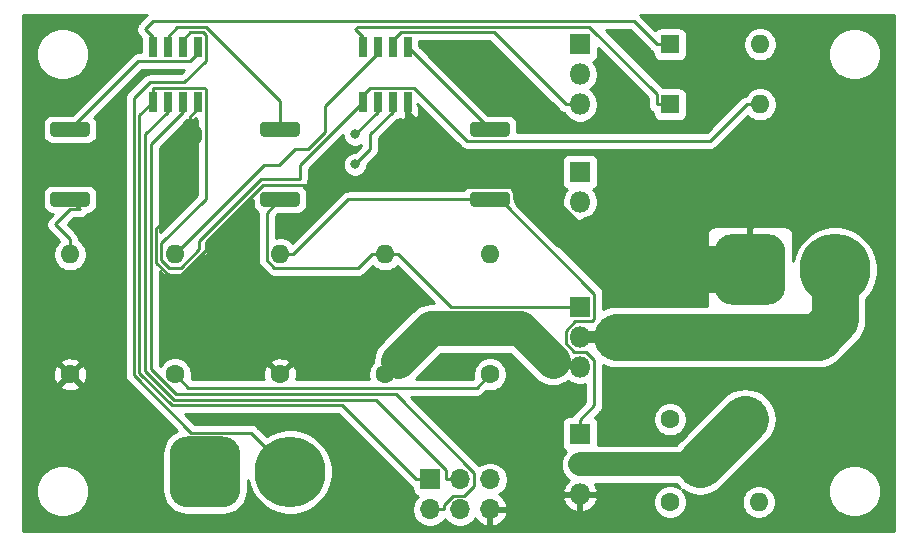
<source format=gtl>
G04 #@! TF.GenerationSoftware,KiCad,Pcbnew,(5.1.10)-1*
G04 #@! TF.CreationDate,2022-12-18T22:04:33+09:00*
G04 #@! TF.ProjectId,MD,4d442e6b-6963-4616-945f-706362585858,rev?*
G04 #@! TF.SameCoordinates,PX2faf080PY2625a00*
G04 #@! TF.FileFunction,Copper,L1,Top*
G04 #@! TF.FilePolarity,Positive*
%FSLAX46Y46*%
G04 Gerber Fmt 4.6, Leading zero omitted, Abs format (unit mm)*
G04 Created by KiCad (PCBNEW (5.1.10)-1) date 2022-12-18 22:04:33*
%MOMM*%
%LPD*%
G01*
G04 APERTURE LIST*
G04 #@! TA.AperFunction,ComponentPad*
%ADD10C,1.600000*%
G04 #@! TD*
G04 #@! TA.AperFunction,ComponentPad*
%ADD11O,1.600000X1.600000*%
G04 #@! TD*
G04 #@! TA.AperFunction,ComponentPad*
%ADD12R,1.600000X1.600000*%
G04 #@! TD*
G04 #@! TA.AperFunction,ComponentPad*
%ADD13R,1.700000X1.700000*%
G04 #@! TD*
G04 #@! TA.AperFunction,ComponentPad*
%ADD14O,1.700000X1.700000*%
G04 #@! TD*
G04 #@! TA.AperFunction,ComponentPad*
%ADD15R,1.800000X1.800000*%
G04 #@! TD*
G04 #@! TA.AperFunction,ComponentPad*
%ADD16O,1.800000X1.800000*%
G04 #@! TD*
G04 #@! TA.AperFunction,SMDPad,CuDef*
%ADD17R,0.720000X1.780000*%
G04 #@! TD*
G04 #@! TA.AperFunction,ComponentPad*
%ADD18C,6.000000*%
G04 #@! TD*
G04 #@! TA.AperFunction,ViaPad*
%ADD19C,0.800000*%
G04 #@! TD*
G04 #@! TA.AperFunction,Conductor*
%ADD20C,0.250000*%
G04 #@! TD*
G04 #@! TA.AperFunction,Conductor*
%ADD21C,2.000000*%
G04 #@! TD*
G04 #@! TA.AperFunction,Conductor*
%ADD22C,4.000000*%
G04 #@! TD*
G04 #@! TA.AperFunction,Conductor*
%ADD23C,1.000000*%
G04 #@! TD*
G04 #@! TA.AperFunction,Conductor*
%ADD24C,3.000000*%
G04 #@! TD*
G04 #@! TA.AperFunction,Conductor*
%ADD25C,0.254000*%
G04 #@! TD*
G04 #@! TA.AperFunction,Conductor*
%ADD26C,0.100000*%
G04 #@! TD*
G04 APERTURE END LIST*
D10*
X55410000Y-34930000D03*
D11*
X62910000Y-34930000D03*
X62910000Y-41915000D03*
D10*
X55410000Y-41915000D03*
D12*
X55410000Y-3180000D03*
D11*
X63030000Y-3180000D03*
X63030000Y-8260000D03*
D12*
X55410000Y-8260000D03*
D13*
X35090000Y-40010000D03*
D14*
X35090000Y-42550000D03*
X37630000Y-40010000D03*
X37630000Y-42550000D03*
X40170000Y-40010000D03*
X40170000Y-42550000D03*
D15*
X47790000Y-36200000D03*
D16*
X47790000Y-38740000D03*
X47790000Y-41280000D03*
D15*
X47790000Y-25405000D03*
D16*
X47790000Y-27945000D03*
X47790000Y-30485000D03*
X47790000Y-19055000D03*
X47790000Y-16515000D03*
D15*
X47790000Y-13975000D03*
D16*
X47790000Y-8260000D03*
X47790000Y-5720000D03*
D15*
X47790000Y-3180000D03*
G04 #@! TA.AperFunction,SMDPad,CuDef*
G36*
G01*
X6035000Y-10990000D02*
X3185000Y-10990000D01*
G75*
G02*
X2935000Y-10740000I0J250000D01*
G01*
X2935000Y-10015000D01*
G75*
G02*
X3185000Y-9765000I250000J0D01*
G01*
X6035000Y-9765000D01*
G75*
G02*
X6285000Y-10015000I0J-250000D01*
G01*
X6285000Y-10740000D01*
G75*
G02*
X6035000Y-10990000I-250000J0D01*
G01*
G37*
G04 #@! TD.AperFunction*
G04 #@! TA.AperFunction,SMDPad,CuDef*
G36*
G01*
X6035000Y-16915000D02*
X3185000Y-16915000D01*
G75*
G02*
X2935000Y-16665000I0J250000D01*
G01*
X2935000Y-15940000D01*
G75*
G02*
X3185000Y-15690000I250000J0D01*
G01*
X6035000Y-15690000D01*
G75*
G02*
X6285000Y-15940000I0J-250000D01*
G01*
X6285000Y-16665000D01*
G75*
G02*
X6035000Y-16915000I-250000J0D01*
G01*
G37*
G04 #@! TD.AperFunction*
G04 #@! TA.AperFunction,SMDPad,CuDef*
G36*
G01*
X23815000Y-16915000D02*
X20965000Y-16915000D01*
G75*
G02*
X20715000Y-16665000I0J250000D01*
G01*
X20715000Y-15940000D01*
G75*
G02*
X20965000Y-15690000I250000J0D01*
G01*
X23815000Y-15690000D01*
G75*
G02*
X24065000Y-15940000I0J-250000D01*
G01*
X24065000Y-16665000D01*
G75*
G02*
X23815000Y-16915000I-250000J0D01*
G01*
G37*
G04 #@! TD.AperFunction*
G04 #@! TA.AperFunction,SMDPad,CuDef*
G36*
G01*
X23815000Y-10990000D02*
X20965000Y-10990000D01*
G75*
G02*
X20715000Y-10740000I0J250000D01*
G01*
X20715000Y-10015000D01*
G75*
G02*
X20965000Y-9765000I250000J0D01*
G01*
X23815000Y-9765000D01*
G75*
G02*
X24065000Y-10015000I0J-250000D01*
G01*
X24065000Y-10740000D01*
G75*
G02*
X23815000Y-10990000I-250000J0D01*
G01*
G37*
G04 #@! TD.AperFunction*
G04 #@! TA.AperFunction,SMDPad,CuDef*
G36*
G01*
X41595000Y-16915000D02*
X38745000Y-16915000D01*
G75*
G02*
X38495000Y-16665000I0J250000D01*
G01*
X38495000Y-15940000D01*
G75*
G02*
X38745000Y-15690000I250000J0D01*
G01*
X41595000Y-15690000D01*
G75*
G02*
X41845000Y-15940000I0J-250000D01*
G01*
X41845000Y-16665000D01*
G75*
G02*
X41595000Y-16915000I-250000J0D01*
G01*
G37*
G04 #@! TD.AperFunction*
G04 #@! TA.AperFunction,SMDPad,CuDef*
G36*
G01*
X41595000Y-10990000D02*
X38745000Y-10990000D01*
G75*
G02*
X38495000Y-10740000I0J250000D01*
G01*
X38495000Y-10015000D01*
G75*
G02*
X38745000Y-9765000I250000J0D01*
G01*
X41595000Y-9765000D01*
G75*
G02*
X41845000Y-10015000I0J-250000D01*
G01*
X41845000Y-10740000D01*
G75*
G02*
X41595000Y-10990000I-250000J0D01*
G01*
G37*
G04 #@! TD.AperFunction*
D10*
X4610000Y-31120000D03*
D11*
X4610000Y-20960000D03*
X13500000Y-20960000D03*
D10*
X13500000Y-31120000D03*
X22390000Y-31120000D03*
D11*
X22390000Y-20960000D03*
X31280000Y-20960000D03*
D10*
X31280000Y-31120000D03*
X40170000Y-31120000D03*
D11*
X40170000Y-20960000D03*
D17*
X11600000Y-3380000D03*
X12870000Y-3380000D03*
X14140000Y-3380000D03*
X15410000Y-3380000D03*
X15410000Y-8060000D03*
X14140000Y-8060000D03*
X12870000Y-8060000D03*
X11600000Y-8060000D03*
X29380000Y-8060000D03*
X30650000Y-8060000D03*
X31920000Y-8060000D03*
X33190000Y-8060000D03*
X33190000Y-3380000D03*
X31920000Y-3380000D03*
X30650000Y-3380000D03*
X29380000Y-3380000D03*
D18*
X69380000Y-22230000D03*
G04 #@! TA.AperFunction,ComponentPad*
G36*
G01*
X59180000Y-23730000D02*
X59180000Y-20730000D01*
G75*
G02*
X60680000Y-19230000I1500000J0D01*
G01*
X63680000Y-19230000D01*
G75*
G02*
X65180000Y-20730000I0J-1500000D01*
G01*
X65180000Y-23730000D01*
G75*
G02*
X63680000Y-25230000I-1500000J0D01*
G01*
X60680000Y-25230000D01*
G75*
G02*
X59180000Y-23730000I0J1500000D01*
G01*
G37*
G04 #@! TD.AperFunction*
X23240000Y-39375000D03*
G04 #@! TA.AperFunction,ComponentPad*
G36*
G01*
X13040000Y-40875000D02*
X13040000Y-37875000D01*
G75*
G02*
X14540000Y-36375000I1500000J0D01*
G01*
X17540000Y-36375000D01*
G75*
G02*
X19040000Y-37875000I0J-1500000D01*
G01*
X19040000Y-40875000D01*
G75*
G02*
X17540000Y-42375000I-1500000J0D01*
G01*
X14540000Y-42375000D01*
G75*
G02*
X13040000Y-40875000I0J1500000D01*
G01*
G37*
G04 #@! TD.AperFunction*
D19*
X28740000Y-13340000D03*
X28740000Y-10800000D03*
X71158000Y-13086000D03*
X68872000Y-13086000D03*
X66586000Y-13086000D03*
D20*
X29380000Y-2550000D02*
X29380000Y-3380000D01*
X28963700Y-1686300D02*
X28740000Y-1910000D01*
X48572500Y-1686300D02*
X28963700Y-1686300D01*
X54284700Y-7398500D02*
X48572500Y-1686300D01*
X54284700Y-8260000D02*
X54284700Y-7398500D01*
X28740000Y-1910000D02*
X29380000Y-2550000D01*
X55410000Y-8260000D02*
X54284700Y-8260000D01*
X47790000Y-8260000D02*
X46564700Y-8260000D01*
X46564700Y-8260000D02*
X40469400Y-2164700D01*
X62910000Y-34930000D02*
X61784700Y-34930000D01*
X40424700Y-2164700D02*
X40396310Y-2136310D01*
X40469400Y-2164700D02*
X40424700Y-2164700D01*
X31920000Y-2814998D02*
X31920000Y-3380000D01*
X32598688Y-2136310D02*
X31920000Y-2814998D01*
X40396310Y-2136310D02*
X32598688Y-2136310D01*
D21*
X47790000Y-38740000D02*
X57950000Y-38740000D01*
D22*
X57974700Y-38740000D02*
X61784700Y-34930000D01*
X57950000Y-38740000D02*
X57974700Y-38740000D01*
D20*
X23240000Y-39375000D02*
X19908900Y-36043900D01*
X19908900Y-36043900D02*
X14865300Y-36043900D01*
X14865300Y-36043900D02*
X10026100Y-31204700D01*
X10026100Y-31204700D02*
X10026100Y-7721100D01*
X10026100Y-7721100D02*
X11352900Y-6394300D01*
X11352900Y-6394300D02*
X14297500Y-6394300D01*
X14297500Y-6394300D02*
X16111400Y-4580400D01*
X16111400Y-4580400D02*
X16111400Y-2370300D01*
X16111400Y-2370300D02*
X15905800Y-2164700D01*
X47790000Y-30485000D02*
X46564700Y-30485000D01*
X46057200Y-29977500D02*
X46564700Y-30485000D01*
X14140000Y-2814998D02*
X14140000Y-3380000D01*
X14790298Y-2164700D02*
X14140000Y-2814998D01*
X15905800Y-2164700D02*
X14790298Y-2164700D01*
D23*
X31280000Y-31120000D02*
X32422500Y-29977500D01*
D24*
X42746257Y-27230010D02*
X45487190Y-29970943D01*
X35169990Y-27230010D02*
X42746257Y-27230010D01*
X32422500Y-29977500D02*
X35169990Y-27230010D01*
D20*
X11600000Y-2550000D02*
X11600000Y-3380000D01*
X10960000Y-1910000D02*
X11600000Y-2550000D01*
X11634200Y-1235800D02*
X10960000Y-1910000D01*
X52340500Y-1235800D02*
X11634200Y-1235800D01*
X54284700Y-3180000D02*
X52340500Y-1235800D01*
X55410000Y-3180000D02*
X54284700Y-3180000D01*
X29380000Y-8352400D02*
X29380000Y-8060000D01*
X10477600Y-9182400D02*
X11600000Y-8060000D01*
X10477600Y-30990000D02*
X10477600Y-9182400D01*
X13204800Y-33717200D02*
X10477600Y-30990000D01*
X27621900Y-33717200D02*
X13204800Y-33717200D01*
X33914700Y-40010000D02*
X27621900Y-33717200D01*
X35090000Y-40010000D02*
X33914700Y-40010000D01*
X24053000Y-13387000D02*
X29380000Y-8060000D01*
X11600000Y-8060000D02*
X11600000Y-6844700D01*
X11600000Y-6844700D02*
X15970500Y-6844700D01*
X15571400Y-20526000D02*
X15571400Y-19804300D01*
X20773400Y-14602300D02*
X24053000Y-14602300D01*
X16095400Y-6969600D02*
X16095400Y-16265100D01*
X16095400Y-16265100D02*
X12331900Y-20028600D01*
X12963100Y-22104300D02*
X13993100Y-22104300D01*
X15571400Y-19804300D02*
X20773400Y-14602300D01*
X12331900Y-20028600D02*
X12331900Y-21473100D01*
X12331900Y-21473100D02*
X12963100Y-22104300D01*
X13993100Y-22104300D02*
X15571400Y-20526000D01*
X15970500Y-6844700D02*
X16095400Y-6969600D01*
X24053000Y-14602300D02*
X24053000Y-13387000D01*
X29380000Y-7494998D02*
X29380000Y-8060000D01*
X30030298Y-6844700D02*
X29380000Y-7494998D01*
X33761400Y-6844700D02*
X30030298Y-6844700D01*
X38263300Y-11346600D02*
X33761400Y-6844700D01*
X58818100Y-11346600D02*
X38263300Y-11346600D01*
X61904700Y-8260000D02*
X58818100Y-11346600D01*
X63030000Y-8260000D02*
X61904700Y-8260000D01*
X14140000Y-8890000D02*
X14140000Y-8060000D01*
X11431300Y-11598700D02*
X14140000Y-8890000D01*
X11431300Y-30669900D02*
X11431300Y-11598700D01*
X13578000Y-32816600D02*
X11431300Y-30669900D01*
X38805400Y-39445500D02*
X32176500Y-32816600D01*
X38805400Y-40535600D02*
X38805400Y-39445500D01*
X37966300Y-41374700D02*
X38805400Y-40535600D01*
X37073200Y-41374700D02*
X37966300Y-41374700D01*
X32176500Y-32816600D02*
X13578000Y-32816600D01*
X36265300Y-42182600D02*
X37073200Y-41374700D01*
X36265300Y-42550000D02*
X36265300Y-42182600D01*
X35090000Y-42550000D02*
X36265300Y-42550000D01*
X12870000Y-8890000D02*
X12870000Y-8060000D01*
X10980900Y-10779100D02*
X12870000Y-8890000D01*
X13391400Y-33266900D02*
X10980900Y-30856400D01*
X30519600Y-33266900D02*
X13391400Y-33266900D01*
X10980900Y-30856400D02*
X10980900Y-10779100D01*
X36454700Y-39202000D02*
X30519600Y-33266900D01*
X36454700Y-40010000D02*
X36454700Y-39202000D01*
X37630000Y-40010000D02*
X36454700Y-40010000D01*
X28740000Y-13340000D02*
X30010000Y-12070000D01*
X30010000Y-12070000D02*
X30010000Y-10800000D01*
X31920000Y-8890000D02*
X31920000Y-8060000D01*
X30010000Y-10800000D02*
X31920000Y-8890000D01*
X30650000Y-8625002D02*
X30650000Y-8060000D01*
X30650000Y-8890000D02*
X30650000Y-8060000D01*
X28740000Y-10800000D02*
X30650000Y-8890000D01*
X14003300Y-22733300D02*
X22390000Y-31120000D01*
X47790000Y-41280000D02*
X46564700Y-41280000D01*
X40170000Y-42550000D02*
X45294700Y-42550000D01*
X45294700Y-42550000D02*
X46564700Y-41280000D01*
X47790000Y-19055000D02*
X49015300Y-19055000D01*
X14770000Y-9265002D02*
X15410000Y-8625002D01*
X14003300Y-22733300D02*
X12955200Y-22733300D01*
X12955200Y-22733300D02*
X11881600Y-21659700D01*
X15410000Y-8625002D02*
X15410000Y-8060000D01*
X11881600Y-21659700D02*
X11881600Y-18768400D01*
X11881600Y-18768400D02*
X12230000Y-18420000D01*
X12230000Y-18420000D02*
X12230000Y-17150000D01*
X14770000Y-12070000D02*
X15645390Y-11194610D01*
X14770000Y-9530000D02*
X14770000Y-9265002D01*
X15645390Y-10405390D02*
X14770000Y-9530000D01*
X12230000Y-17150000D02*
X13500000Y-15880000D01*
X13500000Y-15880000D02*
X13500000Y-14610000D01*
X14770000Y-13340000D02*
X14770000Y-12070000D01*
X13500000Y-14610000D02*
X14770000Y-13340000D01*
X15645390Y-11194610D02*
X15645390Y-10405390D01*
X16143900Y-20592700D02*
X14003300Y-22733300D01*
X16143900Y-19947000D02*
X16143900Y-20592700D01*
X33960300Y-10045600D02*
X28898700Y-15107200D01*
X33960300Y-10940300D02*
X33960300Y-10045600D01*
X28898700Y-15107200D02*
X20983700Y-15107200D01*
X38313100Y-15293100D02*
X33960300Y-10940300D01*
X42802800Y-15293100D02*
X38313100Y-15293100D01*
X20983700Y-15107200D02*
X16143900Y-19947000D01*
X33960300Y-10045600D02*
X33960300Y-9670300D01*
X33190000Y-8900000D02*
X33190000Y-8060000D01*
X33960300Y-9670300D02*
X33190000Y-8900000D01*
D22*
X62180000Y-22230000D02*
X52190300Y-22230000D01*
X49278001Y-19615001D02*
X49015300Y-19615001D01*
X49426651Y-19466351D02*
X49278001Y-19615001D01*
X52190300Y-22230000D02*
X49426651Y-19466351D01*
D21*
X47790000Y-19055000D02*
X46564700Y-19055000D01*
D24*
X43545010Y-15132278D02*
X43254316Y-14841584D01*
X43545010Y-16035310D02*
X43545010Y-15132278D01*
X46564700Y-19055000D02*
X43545010Y-16035310D01*
D20*
X47790000Y-36200000D02*
X47790000Y-34974700D01*
X40170000Y-16302500D02*
X41018200Y-16302500D01*
X41018200Y-16302500D02*
X49015400Y-24299700D01*
X49015400Y-24299700D02*
X49015400Y-26439700D01*
X49015400Y-26439700D02*
X48824700Y-26630400D01*
X48824700Y-26630400D02*
X47367900Y-26630400D01*
X47367900Y-26630400D02*
X46564600Y-27433700D01*
X46564600Y-27433700D02*
X46564600Y-28467400D01*
X46564600Y-28467400D02*
X47312200Y-29215000D01*
X47312200Y-29215000D02*
X48312500Y-29215000D01*
X48312500Y-29215000D02*
X49015300Y-29917800D01*
X49015300Y-29917800D02*
X49015300Y-33749400D01*
X49015300Y-33749400D02*
X47790000Y-34974700D01*
X23515300Y-20960000D02*
X28172800Y-16302500D01*
X28172800Y-16302500D02*
X40170000Y-16302500D01*
X22390000Y-20960000D02*
X23515300Y-20960000D01*
X31280000Y-20960000D02*
X30154700Y-20960000D01*
X30154700Y-20960000D02*
X29027700Y-22087000D01*
X29027700Y-22087000D02*
X21907500Y-22087000D01*
X21907500Y-22087000D02*
X21261000Y-21440500D01*
X21261000Y-21440500D02*
X21261000Y-17431500D01*
X21261000Y-17431500D02*
X22390000Y-16302500D01*
X31842700Y-20960000D02*
X31280000Y-20960000D01*
X31842700Y-20960000D02*
X32405300Y-20960000D01*
X32405300Y-20960000D02*
X36850300Y-25405000D01*
X36850300Y-25405000D02*
X47790000Y-25405000D01*
D22*
X69380000Y-26472640D02*
X67907640Y-27945000D01*
X67907640Y-27945000D02*
X63665000Y-27945000D01*
X69380000Y-22230000D02*
X69380000Y-26472640D01*
X63665000Y-27945000D02*
X50890001Y-27945000D01*
D23*
X50890001Y-27945000D02*
X47790000Y-27945000D01*
D20*
X5457500Y-17150000D02*
X4610000Y-16302500D01*
X4610000Y-17150000D02*
X5457500Y-17150000D01*
X3340000Y-18420000D02*
X4610000Y-17150000D01*
X4610000Y-19690000D02*
X3340000Y-18420000D01*
X4610000Y-20960000D02*
X4610000Y-19690000D01*
X13500000Y-31120000D02*
X14627500Y-32247500D01*
X14627500Y-32247500D02*
X39042500Y-32247500D01*
X39042500Y-32247500D02*
X40170000Y-31120000D01*
X10392200Y-4595300D02*
X4610000Y-10377500D01*
X15410000Y-3945002D02*
X15410000Y-3380000D01*
X14759702Y-4595300D02*
X15410000Y-3945002D01*
X10392200Y-4595300D02*
X14759702Y-4595300D01*
X22390000Y-10377500D02*
X22390000Y-7977100D01*
X22390000Y-7977100D02*
X16127000Y-1714100D01*
X14965900Y-1714100D02*
X14965310Y-1714690D01*
X16127000Y-1714100D02*
X14965900Y-1714100D01*
X12870000Y-2540000D02*
X12870000Y-3380000D01*
X13695310Y-1714690D02*
X12870000Y-2540000D01*
X14965310Y-1714690D02*
X13695310Y-1714690D01*
X34387800Y-4595300D02*
X40170000Y-10377500D01*
X34387800Y-4577800D02*
X33190000Y-3380000D01*
X34387800Y-4595300D02*
X34387800Y-4577800D01*
X21943100Y-13425600D02*
X21034400Y-13425600D01*
X21034400Y-13425600D02*
X13500000Y-20960000D01*
X21943100Y-13425600D02*
X22304400Y-13425600D01*
X22304400Y-13425600D02*
X22390000Y-13340000D01*
X30650000Y-3910000D02*
X30650000Y-3380000D01*
X26200000Y-8360000D02*
X30650000Y-3910000D01*
X26200000Y-10603590D02*
X26200000Y-8360000D01*
X24733590Y-12070000D02*
X26200000Y-10603590D01*
X23660000Y-12070000D02*
X24733590Y-12070000D01*
X22304400Y-13425600D02*
X23660000Y-12070000D01*
D25*
X11094199Y-695799D02*
X11070400Y-724798D01*
X10449002Y-1346197D01*
X10419999Y-1369999D01*
X10325026Y-1485724D01*
X10254454Y-1617754D01*
X10210998Y-1761015D01*
X10196324Y-1910000D01*
X10210998Y-2058985D01*
X10254454Y-2202246D01*
X10325026Y-2334276D01*
X10419999Y-2450001D01*
X10449002Y-2473803D01*
X10601928Y-2626729D01*
X10601928Y-3835300D01*
X10429525Y-3835300D01*
X10392200Y-3831624D01*
X10354875Y-3835300D01*
X10354867Y-3835300D01*
X10243214Y-3846297D01*
X10099953Y-3889754D01*
X9967924Y-3960326D01*
X9852199Y-4055299D01*
X9828401Y-4084297D01*
X4785771Y-9126928D01*
X3185000Y-9126928D01*
X3011746Y-9143992D01*
X2845150Y-9194528D01*
X2691614Y-9276595D01*
X2557038Y-9387038D01*
X2446595Y-9521614D01*
X2364528Y-9675150D01*
X2313992Y-9841746D01*
X2296928Y-10015000D01*
X2296928Y-10740000D01*
X2313992Y-10913254D01*
X2364528Y-11079850D01*
X2446595Y-11233386D01*
X2557038Y-11367962D01*
X2691614Y-11478405D01*
X2845150Y-11560472D01*
X3011746Y-11611008D01*
X3185000Y-11628072D01*
X6035000Y-11628072D01*
X6208254Y-11611008D01*
X6374850Y-11560472D01*
X6528386Y-11478405D01*
X6662962Y-11367962D01*
X6773405Y-11233386D01*
X6855472Y-11079850D01*
X6906008Y-10913254D01*
X6923072Y-10740000D01*
X6923072Y-10015000D01*
X6906008Y-9841746D01*
X6855472Y-9675150D01*
X6773405Y-9521614D01*
X6668507Y-9393794D01*
X10707002Y-5355300D01*
X14261699Y-5355300D01*
X13982699Y-5634300D01*
X11390233Y-5634300D01*
X11352900Y-5630623D01*
X11315567Y-5634300D01*
X11203914Y-5645297D01*
X11060653Y-5688754D01*
X10928624Y-5759326D01*
X10812899Y-5854299D01*
X10789101Y-5883297D01*
X9515098Y-7157301D01*
X9486100Y-7181099D01*
X9462302Y-7210097D01*
X9462301Y-7210098D01*
X9391126Y-7296824D01*
X9320554Y-7428854D01*
X9298973Y-7500000D01*
X9282950Y-7552824D01*
X9277098Y-7572115D01*
X9262424Y-7721100D01*
X9266101Y-7758433D01*
X9266100Y-31167378D01*
X9262424Y-31204700D01*
X9266100Y-31242022D01*
X9266100Y-31242032D01*
X9277097Y-31353685D01*
X9301332Y-31433577D01*
X9320554Y-31496946D01*
X9391126Y-31628976D01*
X9392790Y-31631003D01*
X9486099Y-31744701D01*
X9515103Y-31768504D01*
X13672582Y-35925984D01*
X13352151Y-36097258D01*
X13028155Y-36363155D01*
X12762258Y-36687151D01*
X12564679Y-37056795D01*
X12443010Y-37457883D01*
X12401928Y-37875000D01*
X12401928Y-40875000D01*
X12443010Y-41292117D01*
X12564679Y-41693205D01*
X12762258Y-42062849D01*
X13028155Y-42386845D01*
X13352151Y-42652742D01*
X13721795Y-42850321D01*
X14122883Y-42971990D01*
X14540000Y-43013072D01*
X17540000Y-43013072D01*
X17957117Y-42971990D01*
X18358205Y-42850321D01*
X18727849Y-42652742D01*
X19051845Y-42386845D01*
X19317742Y-42062849D01*
X19515321Y-41693205D01*
X19636990Y-41292117D01*
X19678072Y-40875000D01*
X19678072Y-40100374D01*
X19744691Y-40435290D01*
X20018705Y-41096818D01*
X20416511Y-41692177D01*
X20922823Y-42198489D01*
X21518182Y-42596295D01*
X22179710Y-42870309D01*
X22881984Y-43010000D01*
X23598016Y-43010000D01*
X24300290Y-42870309D01*
X24961818Y-42596295D01*
X25557177Y-42198489D01*
X26063489Y-41692177D01*
X26461295Y-41096818D01*
X26735309Y-40435290D01*
X26875000Y-39733016D01*
X26875000Y-39016984D01*
X26735309Y-38314710D01*
X26461295Y-37653182D01*
X26063489Y-37057823D01*
X25557177Y-36551511D01*
X24961818Y-36153705D01*
X24300290Y-35879691D01*
X23598016Y-35740000D01*
X22881984Y-35740000D01*
X22179710Y-35879691D01*
X21518182Y-36153705D01*
X21263607Y-36323806D01*
X20472704Y-35532903D01*
X20448901Y-35503899D01*
X20333176Y-35408926D01*
X20201147Y-35338354D01*
X20057886Y-35294897D01*
X19946233Y-35283900D01*
X19946222Y-35283900D01*
X19908900Y-35280224D01*
X19871578Y-35283900D01*
X15180102Y-35283900D01*
X14373402Y-34477200D01*
X27307099Y-34477200D01*
X33350901Y-40521003D01*
X33374699Y-40550001D01*
X33403697Y-40573799D01*
X33490423Y-40644974D01*
X33583556Y-40694755D01*
X33601928Y-40704575D01*
X33601928Y-40860000D01*
X33614188Y-40984482D01*
X33650498Y-41104180D01*
X33709463Y-41214494D01*
X33788815Y-41311185D01*
X33885506Y-41390537D01*
X33995820Y-41449502D01*
X34068380Y-41471513D01*
X33936525Y-41603368D01*
X33774010Y-41846589D01*
X33662068Y-42116842D01*
X33605000Y-42403740D01*
X33605000Y-42696260D01*
X33662068Y-42983158D01*
X33774010Y-43253411D01*
X33936525Y-43496632D01*
X34143368Y-43703475D01*
X34386589Y-43865990D01*
X34656842Y-43977932D01*
X34943740Y-44035000D01*
X35236260Y-44035000D01*
X35523158Y-43977932D01*
X35793411Y-43865990D01*
X36036632Y-43703475D01*
X36243475Y-43496632D01*
X36360000Y-43322240D01*
X36476525Y-43496632D01*
X36683368Y-43703475D01*
X36926589Y-43865990D01*
X37196842Y-43977932D01*
X37483740Y-44035000D01*
X37776260Y-44035000D01*
X38063158Y-43977932D01*
X38333411Y-43865990D01*
X38576632Y-43703475D01*
X38783475Y-43496632D01*
X38905195Y-43314466D01*
X38974822Y-43431355D01*
X39169731Y-43647588D01*
X39403080Y-43821641D01*
X39665901Y-43946825D01*
X39813110Y-43991476D01*
X40043000Y-43870155D01*
X40043000Y-42677000D01*
X40297000Y-42677000D01*
X40297000Y-43870155D01*
X40526890Y-43991476D01*
X40674099Y-43946825D01*
X40936920Y-43821641D01*
X41170269Y-43647588D01*
X41365178Y-43431355D01*
X41514157Y-43181252D01*
X41611481Y-42906891D01*
X41490814Y-42677000D01*
X40297000Y-42677000D01*
X40043000Y-42677000D01*
X40023000Y-42677000D01*
X40023000Y-42423000D01*
X40043000Y-42423000D01*
X40043000Y-42403000D01*
X40297000Y-42403000D01*
X40297000Y-42423000D01*
X41490814Y-42423000D01*
X41611481Y-42193109D01*
X41514157Y-41918748D01*
X41365178Y-41668645D01*
X41343632Y-41644741D01*
X46298959Y-41644741D01*
X46398766Y-41928620D01*
X46552038Y-42187573D01*
X46752884Y-42411649D01*
X46993586Y-42592236D01*
X47264893Y-42722394D01*
X47425260Y-42771036D01*
X47663000Y-42650378D01*
X47663000Y-41407000D01*
X47917000Y-41407000D01*
X47917000Y-42650378D01*
X48154740Y-42771036D01*
X48315107Y-42722394D01*
X48586414Y-42592236D01*
X48827116Y-42411649D01*
X49027962Y-42187573D01*
X49181234Y-41928620D01*
X49281041Y-41644741D01*
X49160992Y-41407000D01*
X47917000Y-41407000D01*
X47663000Y-41407000D01*
X46419008Y-41407000D01*
X46298959Y-41644741D01*
X41343632Y-41644741D01*
X41170269Y-41452412D01*
X40940594Y-41281100D01*
X41116632Y-41163475D01*
X41323475Y-40956632D01*
X41485990Y-40713411D01*
X41597932Y-40443158D01*
X41655000Y-40156260D01*
X41655000Y-39863740D01*
X41597932Y-39576842D01*
X41485990Y-39306589D01*
X41323475Y-39063368D01*
X41116632Y-38856525D01*
X40873411Y-38694010D01*
X40603158Y-38582068D01*
X40316260Y-38525000D01*
X40023740Y-38525000D01*
X39736842Y-38582068D01*
X39466589Y-38694010D01*
X39264046Y-38829345D01*
X33442201Y-33007500D01*
X39005178Y-33007500D01*
X39042500Y-33011176D01*
X39079822Y-33007500D01*
X39079833Y-33007500D01*
X39191486Y-32996503D01*
X39334747Y-32953046D01*
X39466776Y-32882474D01*
X39582501Y-32787501D01*
X39606304Y-32758498D01*
X39846113Y-32518688D01*
X40028665Y-32555000D01*
X40311335Y-32555000D01*
X40588574Y-32499853D01*
X40849727Y-32391680D01*
X41084759Y-32234637D01*
X41284637Y-32034759D01*
X41441680Y-31799727D01*
X41549853Y-31538574D01*
X41605000Y-31261335D01*
X41605000Y-30978665D01*
X41549853Y-30701426D01*
X41441680Y-30440273D01*
X41284637Y-30205241D01*
X41084759Y-30005363D01*
X40849727Y-29848320D01*
X40588574Y-29740147D01*
X40311335Y-29685000D01*
X40028665Y-29685000D01*
X39751426Y-29740147D01*
X39490273Y-29848320D01*
X39255241Y-30005363D01*
X39055363Y-30205241D01*
X38898320Y-30440273D01*
X38790147Y-30701426D01*
X38735000Y-30978665D01*
X38735000Y-31261335D01*
X38771312Y-31443887D01*
X38727699Y-31487500D01*
X33931845Y-31487500D01*
X36054336Y-29365010D01*
X41861912Y-29365010D01*
X44051680Y-31554779D01*
X44295308Y-31754719D01*
X44666208Y-31952969D01*
X45068656Y-32075051D01*
X45487190Y-32116272D01*
X45905723Y-32075051D01*
X46308172Y-31952969D01*
X46679071Y-31754719D01*
X46794320Y-31660137D01*
X46811495Y-31677312D01*
X47062905Y-31845299D01*
X47342257Y-31961011D01*
X47638816Y-32020000D01*
X47941184Y-32020000D01*
X48237743Y-31961011D01*
X48255301Y-31953738D01*
X48255301Y-33434597D01*
X47278998Y-34410901D01*
X47250000Y-34434699D01*
X47226202Y-34463697D01*
X47226201Y-34463698D01*
X47155026Y-34550424D01*
X47095425Y-34661928D01*
X46890000Y-34661928D01*
X46765518Y-34674188D01*
X46645820Y-34710498D01*
X46535506Y-34769463D01*
X46438815Y-34848815D01*
X46359463Y-34945506D01*
X46300498Y-35055820D01*
X46264188Y-35175518D01*
X46251928Y-35300000D01*
X46251928Y-37100000D01*
X46264188Y-37224482D01*
X46300498Y-37344180D01*
X46359463Y-37454494D01*
X46438815Y-37551185D01*
X46535506Y-37630537D01*
X46570190Y-37649076D01*
X46423969Y-37827248D01*
X46272148Y-38111285D01*
X46178657Y-38419484D01*
X46147089Y-38740000D01*
X46178657Y-39060516D01*
X46272148Y-39368715D01*
X46423969Y-39652752D01*
X46628286Y-39901714D01*
X46844793Y-40079396D01*
X46752884Y-40148351D01*
X46552038Y-40372427D01*
X46398766Y-40631380D01*
X46298959Y-40915259D01*
X46419008Y-41153000D01*
X47663000Y-41153000D01*
X47663000Y-41133000D01*
X47917000Y-41133000D01*
X47917000Y-41153000D01*
X49160992Y-41153000D01*
X49281041Y-40915259D01*
X49181234Y-40631380D01*
X49029485Y-40375000D01*
X55883060Y-40375000D01*
X56077759Y-40612241D01*
X56229114Y-40736455D01*
X56089727Y-40643320D01*
X55828574Y-40535147D01*
X55551335Y-40480000D01*
X55268665Y-40480000D01*
X54991426Y-40535147D01*
X54730273Y-40643320D01*
X54495241Y-40800363D01*
X54295363Y-41000241D01*
X54138320Y-41235273D01*
X54030147Y-41496426D01*
X53975000Y-41773665D01*
X53975000Y-42056335D01*
X54030147Y-42333574D01*
X54138320Y-42594727D01*
X54295363Y-42829759D01*
X54495241Y-43029637D01*
X54730273Y-43186680D01*
X54991426Y-43294853D01*
X55268665Y-43350000D01*
X55551335Y-43350000D01*
X55828574Y-43294853D01*
X56089727Y-43186680D01*
X56324759Y-43029637D01*
X56524637Y-42829759D01*
X56681680Y-42594727D01*
X56789853Y-42333574D01*
X56845000Y-42056335D01*
X56845000Y-41773665D01*
X61475000Y-41773665D01*
X61475000Y-42056335D01*
X61530147Y-42333574D01*
X61638320Y-42594727D01*
X61795363Y-42829759D01*
X61995241Y-43029637D01*
X62230273Y-43186680D01*
X62491426Y-43294853D01*
X62768665Y-43350000D01*
X63051335Y-43350000D01*
X63328574Y-43294853D01*
X63589727Y-43186680D01*
X63824759Y-43029637D01*
X64024637Y-42829759D01*
X64181680Y-42594727D01*
X64289853Y-42333574D01*
X64345000Y-42056335D01*
X64345000Y-41773665D01*
X64289853Y-41496426D01*
X64181680Y-41235273D01*
X64024637Y-41000241D01*
X63824759Y-40800363D01*
X63794092Y-40779872D01*
X68765000Y-40779872D01*
X68765000Y-41220128D01*
X68850890Y-41651925D01*
X69019369Y-42058669D01*
X69263962Y-42424729D01*
X69575271Y-42736038D01*
X69941331Y-42980631D01*
X70348075Y-43149110D01*
X70779872Y-43235000D01*
X71220128Y-43235000D01*
X71651925Y-43149110D01*
X72058669Y-42980631D01*
X72424729Y-42736038D01*
X72736038Y-42424729D01*
X72980631Y-42058669D01*
X73149110Y-41651925D01*
X73235000Y-41220128D01*
X73235000Y-40779872D01*
X73149110Y-40348075D01*
X72980631Y-39941331D01*
X72736038Y-39575271D01*
X72424729Y-39263962D01*
X72058669Y-39019369D01*
X71651925Y-38850890D01*
X71220128Y-38765000D01*
X70779872Y-38765000D01*
X70348075Y-38850890D01*
X69941331Y-39019369D01*
X69575271Y-39263962D01*
X69263962Y-39575271D01*
X69019369Y-39941331D01*
X68850890Y-40348075D01*
X68765000Y-40779872D01*
X63794092Y-40779872D01*
X63589727Y-40643320D01*
X63328574Y-40535147D01*
X63051335Y-40480000D01*
X62768665Y-40480000D01*
X62491426Y-40535147D01*
X62230273Y-40643320D01*
X61995241Y-40800363D01*
X61795363Y-41000241D01*
X61638320Y-41235273D01*
X61530147Y-41496426D01*
X61475000Y-41773665D01*
X56845000Y-41773665D01*
X56789853Y-41496426D01*
X56681680Y-41235273D01*
X56524637Y-41000241D01*
X56406102Y-40881706D01*
X56478989Y-40941523D01*
X56936750Y-41186201D01*
X57433450Y-41336873D01*
X57820558Y-41375000D01*
X57845266Y-41375000D01*
X57974700Y-41387748D01*
X58104134Y-41375000D01*
X58104142Y-41375000D01*
X58491250Y-41336873D01*
X58987950Y-41186201D01*
X59445711Y-40941523D01*
X59846941Y-40612241D01*
X59929458Y-40511694D01*
X63739455Y-36701697D01*
X63986222Y-36401011D01*
X64230901Y-35943250D01*
X64381573Y-35446550D01*
X64432448Y-34930000D01*
X64381573Y-34413450D01*
X64230901Y-33916751D01*
X63986222Y-33458990D01*
X63656941Y-33057759D01*
X63255710Y-32728478D01*
X62797949Y-32483799D01*
X62301250Y-32333127D01*
X61784700Y-32282252D01*
X61268150Y-32333127D01*
X60771450Y-32483799D01*
X60313689Y-32728478D01*
X60013003Y-32975245D01*
X56316050Y-36672198D01*
X56077759Y-36867759D01*
X55883060Y-37105000D01*
X49327580Y-37105000D01*
X49328072Y-37100000D01*
X49328072Y-35300000D01*
X49315812Y-35175518D01*
X49279502Y-35055820D01*
X49220537Y-34945506D01*
X49141185Y-34848815D01*
X49067892Y-34788665D01*
X53975000Y-34788665D01*
X53975000Y-35071335D01*
X54030147Y-35348574D01*
X54138320Y-35609727D01*
X54295363Y-35844759D01*
X54495241Y-36044637D01*
X54730273Y-36201680D01*
X54991426Y-36309853D01*
X55268665Y-36365000D01*
X55551335Y-36365000D01*
X55828574Y-36309853D01*
X56089727Y-36201680D01*
X56324759Y-36044637D01*
X56524637Y-35844759D01*
X56681680Y-35609727D01*
X56789853Y-35348574D01*
X56845000Y-35071335D01*
X56845000Y-34788665D01*
X56789853Y-34511426D01*
X56681680Y-34250273D01*
X56524637Y-34015241D01*
X56324759Y-33815363D01*
X56089727Y-33658320D01*
X55828574Y-33550147D01*
X55551335Y-33495000D01*
X55268665Y-33495000D01*
X54991426Y-33550147D01*
X54730273Y-33658320D01*
X54495241Y-33815363D01*
X54295363Y-34015241D01*
X54138320Y-34250273D01*
X54030147Y-34511426D01*
X53975000Y-34788665D01*
X49067892Y-34788665D01*
X49058524Y-34780977D01*
X49526303Y-34313199D01*
X49555301Y-34289401D01*
X49605526Y-34228202D01*
X49650274Y-34173677D01*
X49720846Y-34041647D01*
X49728856Y-34015241D01*
X49764303Y-33898386D01*
X49775300Y-33786733D01*
X49775300Y-33786723D01*
X49778976Y-33749400D01*
X49775300Y-33712077D01*
X49775300Y-30336974D01*
X49876751Y-30391201D01*
X50373451Y-30541873D01*
X50760559Y-30580000D01*
X67778206Y-30580000D01*
X67907640Y-30592748D01*
X68037074Y-30580000D01*
X68037082Y-30580000D01*
X68424190Y-30541873D01*
X68920890Y-30391201D01*
X69378651Y-30146523D01*
X69779881Y-29817241D01*
X69862398Y-29716694D01*
X71151694Y-28427398D01*
X71252241Y-28344881D01*
X71581523Y-27943651D01*
X71826201Y-27485890D01*
X71976873Y-26989190D01*
X72015000Y-26602082D01*
X72015000Y-26602075D01*
X72027748Y-26472641D01*
X72015000Y-26343207D01*
X72015000Y-24735666D01*
X72203489Y-24547177D01*
X72601295Y-23951818D01*
X72875309Y-23290290D01*
X73015000Y-22588016D01*
X73015000Y-21871984D01*
X72875309Y-21169710D01*
X72601295Y-20508182D01*
X72203489Y-19912823D01*
X71697177Y-19406511D01*
X71101818Y-19008705D01*
X70440290Y-18734691D01*
X69738016Y-18595000D01*
X69021984Y-18595000D01*
X68319710Y-18734691D01*
X67658182Y-19008705D01*
X67062823Y-19406511D01*
X66556511Y-19912823D01*
X66158705Y-20508182D01*
X65884691Y-21169710D01*
X65815483Y-21517643D01*
X65818072Y-19230000D01*
X65805812Y-19105518D01*
X65769502Y-18985820D01*
X65710537Y-18875506D01*
X65631185Y-18778815D01*
X65534494Y-18699463D01*
X65424180Y-18640498D01*
X65304482Y-18604188D01*
X65180000Y-18591928D01*
X62465750Y-18595000D01*
X62307000Y-18753750D01*
X62307000Y-22103000D01*
X62327000Y-22103000D01*
X62327000Y-22357000D01*
X62307000Y-22357000D01*
X62307000Y-22377000D01*
X62053000Y-22377000D01*
X62053000Y-22357000D01*
X58703750Y-22357000D01*
X58545000Y-22515750D01*
X58541928Y-25230000D01*
X58549807Y-25310000D01*
X50760559Y-25310000D01*
X50373451Y-25348127D01*
X49876751Y-25498799D01*
X49775400Y-25552972D01*
X49775400Y-24337025D01*
X49779076Y-24299700D01*
X49775400Y-24262375D01*
X49775400Y-24262367D01*
X49764403Y-24150714D01*
X49720946Y-24007453D01*
X49650374Y-23875424D01*
X49555401Y-23759699D01*
X49526404Y-23735902D01*
X45210243Y-19419741D01*
X46298959Y-19419741D01*
X46398766Y-19703620D01*
X46552038Y-19962573D01*
X46752884Y-20186649D01*
X46993586Y-20367236D01*
X47264893Y-20497394D01*
X47425260Y-20546036D01*
X47663000Y-20425378D01*
X47663000Y-19182000D01*
X47917000Y-19182000D01*
X47917000Y-20425378D01*
X48154740Y-20546036D01*
X48315107Y-20497394D01*
X48586414Y-20367236D01*
X48827116Y-20186649D01*
X49027962Y-19962573D01*
X49181234Y-19703620D01*
X49281041Y-19419741D01*
X49185230Y-19230000D01*
X58541928Y-19230000D01*
X58545000Y-21944250D01*
X58703750Y-22103000D01*
X62053000Y-22103000D01*
X62053000Y-18753750D01*
X61894250Y-18595000D01*
X59180000Y-18591928D01*
X59055518Y-18604188D01*
X58935820Y-18640498D01*
X58825506Y-18699463D01*
X58728815Y-18778815D01*
X58649463Y-18875506D01*
X58590498Y-18985820D01*
X58554188Y-19105518D01*
X58541928Y-19230000D01*
X49185230Y-19230000D01*
X49160992Y-19182000D01*
X47917000Y-19182000D01*
X47663000Y-19182000D01*
X46419008Y-19182000D01*
X46298959Y-19419741D01*
X45210243Y-19419741D01*
X42480600Y-16690099D01*
X42483072Y-16665000D01*
X42483072Y-15940000D01*
X42466008Y-15766746D01*
X42415472Y-15600150D01*
X42333405Y-15446614D01*
X42222962Y-15312038D01*
X42088386Y-15201595D01*
X41934850Y-15119528D01*
X41768254Y-15068992D01*
X41595000Y-15051928D01*
X38745000Y-15051928D01*
X38571746Y-15068992D01*
X38405150Y-15119528D01*
X38251614Y-15201595D01*
X38117038Y-15312038D01*
X38006595Y-15446614D01*
X37955343Y-15542500D01*
X28210125Y-15542500D01*
X28172800Y-15538824D01*
X28135475Y-15542500D01*
X28135467Y-15542500D01*
X28023814Y-15553497D01*
X27880553Y-15596954D01*
X27748524Y-15667526D01*
X27632799Y-15762499D01*
X27609001Y-15791497D01*
X23429947Y-19970551D01*
X23304759Y-19845363D01*
X23069727Y-19688320D01*
X22808574Y-19580147D01*
X22531335Y-19525000D01*
X22248665Y-19525000D01*
X22021000Y-19570286D01*
X22021000Y-17746301D01*
X22214229Y-17553072D01*
X23815000Y-17553072D01*
X23988254Y-17536008D01*
X24154850Y-17485472D01*
X24308386Y-17403405D01*
X24442962Y-17292962D01*
X24553405Y-17158386D01*
X24635472Y-17004850D01*
X24686008Y-16838254D01*
X24703072Y-16665000D01*
X24703072Y-15940000D01*
X24686008Y-15766746D01*
X24635472Y-15600150D01*
X24553405Y-15446614D01*
X24442962Y-15312038D01*
X24401328Y-15277870D01*
X24477276Y-15237274D01*
X24593001Y-15142301D01*
X24687974Y-15026576D01*
X24758546Y-14894547D01*
X24802003Y-14751286D01*
X24816677Y-14602300D01*
X24813000Y-14564967D01*
X24813000Y-13701801D01*
X27705000Y-10809802D01*
X27705000Y-10901939D01*
X27744774Y-11101898D01*
X27822795Y-11290256D01*
X27936063Y-11459774D01*
X28080226Y-11603937D01*
X28249744Y-11717205D01*
X28438102Y-11795226D01*
X28638061Y-11835000D01*
X28841939Y-11835000D01*
X29041898Y-11795226D01*
X29230256Y-11717205D01*
X29250000Y-11704012D01*
X29250000Y-11755198D01*
X28700199Y-12305000D01*
X28638061Y-12305000D01*
X28438102Y-12344774D01*
X28249744Y-12422795D01*
X28080226Y-12536063D01*
X27936063Y-12680226D01*
X27822795Y-12849744D01*
X27744774Y-13038102D01*
X27705000Y-13238061D01*
X27705000Y-13441939D01*
X27744774Y-13641898D01*
X27822795Y-13830256D01*
X27936063Y-13999774D01*
X28080226Y-14143937D01*
X28249744Y-14257205D01*
X28438102Y-14335226D01*
X28638061Y-14375000D01*
X28841939Y-14375000D01*
X29041898Y-14335226D01*
X29230256Y-14257205D01*
X29399774Y-14143937D01*
X29543937Y-13999774D01*
X29657205Y-13830256D01*
X29735226Y-13641898D01*
X29775000Y-13441939D01*
X29775000Y-13379801D01*
X30079801Y-13075000D01*
X46251928Y-13075000D01*
X46251928Y-14875000D01*
X46264188Y-14999482D01*
X46300498Y-15119180D01*
X46359463Y-15229494D01*
X46438815Y-15326185D01*
X46535506Y-15405537D01*
X46645820Y-15464502D01*
X46664127Y-15470056D01*
X46597688Y-15536495D01*
X46429701Y-15787905D01*
X46313989Y-16067257D01*
X46255000Y-16363816D01*
X46255000Y-16666184D01*
X46313989Y-16962743D01*
X46429701Y-17242095D01*
X46597688Y-17493505D01*
X46811495Y-17707312D01*
X46932802Y-17788367D01*
X46752884Y-17923351D01*
X46552038Y-18147427D01*
X46398766Y-18406380D01*
X46298959Y-18690259D01*
X46419008Y-18928000D01*
X47663000Y-18928000D01*
X47663000Y-18908000D01*
X47917000Y-18908000D01*
X47917000Y-18928000D01*
X49160992Y-18928000D01*
X49281041Y-18690259D01*
X49181234Y-18406380D01*
X49027962Y-18147427D01*
X48827116Y-17923351D01*
X48647198Y-17788367D01*
X48768505Y-17707312D01*
X48982312Y-17493505D01*
X49150299Y-17242095D01*
X49266011Y-16962743D01*
X49325000Y-16666184D01*
X49325000Y-16363816D01*
X49266011Y-16067257D01*
X49150299Y-15787905D01*
X48982312Y-15536495D01*
X48915873Y-15470056D01*
X48934180Y-15464502D01*
X49044494Y-15405537D01*
X49141185Y-15326185D01*
X49220537Y-15229494D01*
X49279502Y-15119180D01*
X49315812Y-14999482D01*
X49328072Y-14875000D01*
X49328072Y-13075000D01*
X49315812Y-12950518D01*
X49279502Y-12830820D01*
X49220537Y-12720506D01*
X49141185Y-12623815D01*
X49044494Y-12544463D01*
X48934180Y-12485498D01*
X48814482Y-12449188D01*
X48690000Y-12436928D01*
X46890000Y-12436928D01*
X46765518Y-12449188D01*
X46645820Y-12485498D01*
X46535506Y-12544463D01*
X46438815Y-12623815D01*
X46359463Y-12720506D01*
X46300498Y-12830820D01*
X46264188Y-12950518D01*
X46251928Y-13075000D01*
X30079801Y-13075000D01*
X30521004Y-12633798D01*
X30550001Y-12610001D01*
X30644974Y-12494276D01*
X30715546Y-12362247D01*
X30759003Y-12218986D01*
X30770000Y-12107333D01*
X30770000Y-12107324D01*
X30773676Y-12070001D01*
X30770000Y-12032678D01*
X30770000Y-11114801D01*
X32298558Y-9586244D01*
X32404482Y-9575812D01*
X32524180Y-9539502D01*
X32555000Y-9523028D01*
X32585820Y-9539502D01*
X32705518Y-9575812D01*
X32830000Y-9588072D01*
X32904250Y-9585000D01*
X33063000Y-9426250D01*
X33063000Y-8187000D01*
X33043000Y-8187000D01*
X33043000Y-7933000D01*
X33063000Y-7933000D01*
X33063000Y-7913000D01*
X33317000Y-7913000D01*
X33317000Y-7933000D01*
X33337000Y-7933000D01*
X33337000Y-8187000D01*
X33317000Y-8187000D01*
X33317000Y-9426250D01*
X33475750Y-9585000D01*
X33550000Y-9588072D01*
X33674482Y-9575812D01*
X33794180Y-9539502D01*
X33904494Y-9480537D01*
X34001185Y-9401185D01*
X34080537Y-9304494D01*
X34139502Y-9194180D01*
X34175812Y-9074482D01*
X34188072Y-8950000D01*
X34185000Y-8345750D01*
X34026252Y-8187002D01*
X34028901Y-8187002D01*
X37699501Y-11857603D01*
X37723299Y-11886601D01*
X37752297Y-11910399D01*
X37839023Y-11981574D01*
X37971053Y-12052146D01*
X38114314Y-12095603D01*
X38225967Y-12106600D01*
X38225976Y-12106600D01*
X38263299Y-12110276D01*
X38300622Y-12106600D01*
X58780778Y-12106600D01*
X58818100Y-12110276D01*
X58855422Y-12106600D01*
X58855433Y-12106600D01*
X58967086Y-12095603D01*
X59110347Y-12052146D01*
X59242376Y-11981574D01*
X59358101Y-11886601D01*
X59381904Y-11857597D01*
X61990053Y-9249449D01*
X62115241Y-9374637D01*
X62350273Y-9531680D01*
X62611426Y-9639853D01*
X62888665Y-9695000D01*
X63171335Y-9695000D01*
X63448574Y-9639853D01*
X63709727Y-9531680D01*
X63944759Y-9374637D01*
X64144637Y-9174759D01*
X64301680Y-8939727D01*
X64409853Y-8678574D01*
X64465000Y-8401335D01*
X64465000Y-8118665D01*
X64409853Y-7841426D01*
X64301680Y-7580273D01*
X64144637Y-7345241D01*
X63944759Y-7145363D01*
X63709727Y-6988320D01*
X63448574Y-6880147D01*
X63171335Y-6825000D01*
X62888665Y-6825000D01*
X62611426Y-6880147D01*
X62350273Y-6988320D01*
X62115241Y-7145363D01*
X61915363Y-7345241D01*
X61808053Y-7505842D01*
X61755714Y-7510997D01*
X61612453Y-7554454D01*
X61480424Y-7625026D01*
X61364699Y-7719999D01*
X61340901Y-7748997D01*
X58503299Y-10586600D01*
X42483072Y-10586600D01*
X42483072Y-10015000D01*
X42466008Y-9841746D01*
X42415472Y-9675150D01*
X42333405Y-9521614D01*
X42222962Y-9387038D01*
X42088386Y-9276595D01*
X41934850Y-9194528D01*
X41768254Y-9143992D01*
X41595000Y-9126928D01*
X39994230Y-9126928D01*
X35025013Y-4157712D01*
X35022774Y-4153523D01*
X34951599Y-4066797D01*
X34951598Y-4066796D01*
X34927801Y-4037799D01*
X34898803Y-4014001D01*
X34188072Y-3303271D01*
X34188072Y-2896310D01*
X40126209Y-2896310D01*
X46000901Y-8771003D01*
X46024699Y-8800001D01*
X46053697Y-8823799D01*
X46140423Y-8894974D01*
X46243369Y-8950000D01*
X46272453Y-8965546D01*
X46415714Y-9009003D01*
X46446356Y-9012021D01*
X46597688Y-9238505D01*
X46811495Y-9452312D01*
X47062905Y-9620299D01*
X47342257Y-9736011D01*
X47638816Y-9795000D01*
X47941184Y-9795000D01*
X48237743Y-9736011D01*
X48517095Y-9620299D01*
X48768505Y-9452312D01*
X48982312Y-9238505D01*
X49150299Y-8987095D01*
X49266011Y-8707743D01*
X49325000Y-8411184D01*
X49325000Y-8108816D01*
X49266011Y-7812257D01*
X49150299Y-7532905D01*
X48982312Y-7281495D01*
X48768505Y-7067688D01*
X48652237Y-6990000D01*
X48768505Y-6912312D01*
X48982312Y-6698505D01*
X49150299Y-6447095D01*
X49266011Y-6167743D01*
X49325000Y-5871184D01*
X49325000Y-5568816D01*
X49266011Y-5272257D01*
X49150299Y-4992905D01*
X48982312Y-4741495D01*
X48915873Y-4675056D01*
X48934180Y-4669502D01*
X49044494Y-4610537D01*
X49141185Y-4531185D01*
X49220537Y-4434494D01*
X49279502Y-4324180D01*
X49315812Y-4204482D01*
X49328072Y-4080000D01*
X49328072Y-3516673D01*
X53524700Y-7713302D01*
X53524700Y-8222667D01*
X53521023Y-8260000D01*
X53535697Y-8408986D01*
X53579154Y-8552247D01*
X53649726Y-8684276D01*
X53716423Y-8765546D01*
X53744699Y-8800001D01*
X53860424Y-8894974D01*
X53971928Y-8954575D01*
X53971928Y-9060000D01*
X53984188Y-9184482D01*
X54020498Y-9304180D01*
X54079463Y-9414494D01*
X54158815Y-9511185D01*
X54255506Y-9590537D01*
X54365820Y-9649502D01*
X54485518Y-9685812D01*
X54610000Y-9698072D01*
X56210000Y-9698072D01*
X56334482Y-9685812D01*
X56454180Y-9649502D01*
X56564494Y-9590537D01*
X56661185Y-9511185D01*
X56740537Y-9414494D01*
X56799502Y-9304180D01*
X56835812Y-9184482D01*
X56848072Y-9060000D01*
X56848072Y-7460000D01*
X56835812Y-7335518D01*
X56799502Y-7215820D01*
X56740537Y-7105506D01*
X56661185Y-7008815D01*
X56564494Y-6929463D01*
X56454180Y-6870498D01*
X56334482Y-6834188D01*
X56210000Y-6821928D01*
X54782930Y-6821928D01*
X49956801Y-1995800D01*
X52025699Y-1995800D01*
X53720901Y-3691003D01*
X53744699Y-3720001D01*
X53773697Y-3743799D01*
X53860423Y-3814974D01*
X53967586Y-3872254D01*
X53971928Y-3874575D01*
X53971928Y-3980000D01*
X53984188Y-4104482D01*
X54020498Y-4224180D01*
X54079463Y-4334494D01*
X54158815Y-4431185D01*
X54255506Y-4510537D01*
X54365820Y-4569502D01*
X54485518Y-4605812D01*
X54610000Y-4618072D01*
X56210000Y-4618072D01*
X56334482Y-4605812D01*
X56454180Y-4569502D01*
X56564494Y-4510537D01*
X56661185Y-4431185D01*
X56740537Y-4334494D01*
X56799502Y-4224180D01*
X56835812Y-4104482D01*
X56848072Y-3980000D01*
X56848072Y-3038665D01*
X61595000Y-3038665D01*
X61595000Y-3321335D01*
X61650147Y-3598574D01*
X61758320Y-3859727D01*
X61915363Y-4094759D01*
X62115241Y-4294637D01*
X62350273Y-4451680D01*
X62611426Y-4559853D01*
X62888665Y-4615000D01*
X63171335Y-4615000D01*
X63448574Y-4559853D01*
X63709727Y-4451680D01*
X63944759Y-4294637D01*
X64144637Y-4094759D01*
X64301680Y-3859727D01*
X64334756Y-3779872D01*
X68765000Y-3779872D01*
X68765000Y-4220128D01*
X68850890Y-4651925D01*
X69019369Y-5058669D01*
X69263962Y-5424729D01*
X69575271Y-5736038D01*
X69941331Y-5980631D01*
X70348075Y-6149110D01*
X70779872Y-6235000D01*
X71220128Y-6235000D01*
X71651925Y-6149110D01*
X72058669Y-5980631D01*
X72424729Y-5736038D01*
X72736038Y-5424729D01*
X72980631Y-5058669D01*
X73149110Y-4651925D01*
X73235000Y-4220128D01*
X73235000Y-3779872D01*
X73149110Y-3348075D01*
X72980631Y-2941331D01*
X72736038Y-2575271D01*
X72424729Y-2263962D01*
X72058669Y-2019369D01*
X71651925Y-1850890D01*
X71220128Y-1765000D01*
X70779872Y-1765000D01*
X70348075Y-1850890D01*
X69941331Y-2019369D01*
X69575271Y-2263962D01*
X69263962Y-2575271D01*
X69019369Y-2941331D01*
X68850890Y-3348075D01*
X68765000Y-3779872D01*
X64334756Y-3779872D01*
X64409853Y-3598574D01*
X64465000Y-3321335D01*
X64465000Y-3038665D01*
X64409853Y-2761426D01*
X64301680Y-2500273D01*
X64144637Y-2265241D01*
X63944759Y-2065363D01*
X63709727Y-1908320D01*
X63448574Y-1800147D01*
X63171335Y-1745000D01*
X62888665Y-1745000D01*
X62611426Y-1800147D01*
X62350273Y-1908320D01*
X62115241Y-2065363D01*
X61915363Y-2265241D01*
X61758320Y-2500273D01*
X61650147Y-2761426D01*
X61595000Y-3038665D01*
X56848072Y-3038665D01*
X56848072Y-2380000D01*
X56835812Y-2255518D01*
X56799502Y-2135820D01*
X56740537Y-2025506D01*
X56661185Y-1928815D01*
X56564494Y-1849463D01*
X56454180Y-1790498D01*
X56334482Y-1754188D01*
X56210000Y-1741928D01*
X54610000Y-1741928D01*
X54485518Y-1754188D01*
X54365820Y-1790498D01*
X54255506Y-1849463D01*
X54158815Y-1928815D01*
X54136053Y-1956551D01*
X52904304Y-724803D01*
X52880501Y-695799D01*
X52836880Y-660000D01*
X74340001Y-660000D01*
X74340000Y-44340000D01*
X660000Y-44340000D01*
X660000Y-40779872D01*
X1765000Y-40779872D01*
X1765000Y-41220128D01*
X1850890Y-41651925D01*
X2019369Y-42058669D01*
X2263962Y-42424729D01*
X2575271Y-42736038D01*
X2941331Y-42980631D01*
X3348075Y-43149110D01*
X3779872Y-43235000D01*
X4220128Y-43235000D01*
X4651925Y-43149110D01*
X5058669Y-42980631D01*
X5424729Y-42736038D01*
X5736038Y-42424729D01*
X5980631Y-42058669D01*
X6149110Y-41651925D01*
X6235000Y-41220128D01*
X6235000Y-40779872D01*
X6149110Y-40348075D01*
X5980631Y-39941331D01*
X5736038Y-39575271D01*
X5424729Y-39263962D01*
X5058669Y-39019369D01*
X4651925Y-38850890D01*
X4220128Y-38765000D01*
X3779872Y-38765000D01*
X3348075Y-38850890D01*
X2941331Y-39019369D01*
X2575271Y-39263962D01*
X2263962Y-39575271D01*
X2019369Y-39941331D01*
X1850890Y-40348075D01*
X1765000Y-40779872D01*
X660000Y-40779872D01*
X660000Y-32112702D01*
X3796903Y-32112702D01*
X3868486Y-32356671D01*
X4123996Y-32477571D01*
X4398184Y-32546300D01*
X4680512Y-32560217D01*
X4960130Y-32518787D01*
X5226292Y-32423603D01*
X5351514Y-32356671D01*
X5423097Y-32112702D01*
X4610000Y-31299605D01*
X3796903Y-32112702D01*
X660000Y-32112702D01*
X660000Y-31190512D01*
X3169783Y-31190512D01*
X3211213Y-31470130D01*
X3306397Y-31736292D01*
X3373329Y-31861514D01*
X3617298Y-31933097D01*
X4430395Y-31120000D01*
X4789605Y-31120000D01*
X5602702Y-31933097D01*
X5846671Y-31861514D01*
X5967571Y-31606004D01*
X6036300Y-31331816D01*
X6050217Y-31049488D01*
X6008787Y-30769870D01*
X5913603Y-30503708D01*
X5846671Y-30378486D01*
X5602702Y-30306903D01*
X4789605Y-31120000D01*
X4430395Y-31120000D01*
X3617298Y-30306903D01*
X3373329Y-30378486D01*
X3252429Y-30633996D01*
X3183700Y-30908184D01*
X3169783Y-31190512D01*
X660000Y-31190512D01*
X660000Y-30127298D01*
X3796903Y-30127298D01*
X4610000Y-30940395D01*
X5423097Y-30127298D01*
X5351514Y-29883329D01*
X5096004Y-29762429D01*
X4821816Y-29693700D01*
X4539488Y-29679783D01*
X4259870Y-29721213D01*
X3993708Y-29816397D01*
X3868486Y-29883329D01*
X3796903Y-30127298D01*
X660000Y-30127298D01*
X660000Y-15940000D01*
X2296928Y-15940000D01*
X2296928Y-16665000D01*
X2313992Y-16838254D01*
X2364528Y-17004850D01*
X2446595Y-17158386D01*
X2557038Y-17292962D01*
X2691614Y-17403405D01*
X2845150Y-17485472D01*
X3011746Y-17536008D01*
X3136867Y-17548331D01*
X2829003Y-17856196D01*
X2799999Y-17879999D01*
X2708894Y-17991011D01*
X2705026Y-17995724D01*
X2634454Y-18127754D01*
X2590998Y-18271015D01*
X2576324Y-18420000D01*
X2590998Y-18568985D01*
X2634454Y-18712246D01*
X2705026Y-18844276D01*
X2799999Y-18960001D01*
X2829003Y-18983804D01*
X3692901Y-19847703D01*
X3495363Y-20045241D01*
X3338320Y-20280273D01*
X3230147Y-20541426D01*
X3175000Y-20818665D01*
X3175000Y-21101335D01*
X3230147Y-21378574D01*
X3338320Y-21639727D01*
X3495363Y-21874759D01*
X3695241Y-22074637D01*
X3930273Y-22231680D01*
X4191426Y-22339853D01*
X4468665Y-22395000D01*
X4751335Y-22395000D01*
X5028574Y-22339853D01*
X5289727Y-22231680D01*
X5524759Y-22074637D01*
X5724637Y-21874759D01*
X5881680Y-21639727D01*
X5989853Y-21378574D01*
X6045000Y-21101335D01*
X6045000Y-20818665D01*
X5989853Y-20541426D01*
X5881680Y-20280273D01*
X5724637Y-20045241D01*
X5524759Y-19845363D01*
X5370000Y-19741957D01*
X5370000Y-19727322D01*
X5373676Y-19689999D01*
X5370000Y-19652676D01*
X5370000Y-19652667D01*
X5359003Y-19541014D01*
X5315546Y-19397753D01*
X5244974Y-19265724D01*
X5150001Y-19149999D01*
X5121003Y-19126201D01*
X4414801Y-18420000D01*
X4924802Y-17910000D01*
X5420177Y-17910000D01*
X5457500Y-17913676D01*
X5494822Y-17910000D01*
X5494833Y-17910000D01*
X5606486Y-17899003D01*
X5749747Y-17855546D01*
X5881776Y-17784974D01*
X5997501Y-17690001D01*
X6092474Y-17574276D01*
X6107632Y-17545918D01*
X6208254Y-17536008D01*
X6374850Y-17485472D01*
X6528386Y-17403405D01*
X6662962Y-17292962D01*
X6773405Y-17158386D01*
X6855472Y-17004850D01*
X6906008Y-16838254D01*
X6923072Y-16665000D01*
X6923072Y-15940000D01*
X6906008Y-15766746D01*
X6855472Y-15600150D01*
X6773405Y-15446614D01*
X6662962Y-15312038D01*
X6528386Y-15201595D01*
X6374850Y-15119528D01*
X6208254Y-15068992D01*
X6035000Y-15051928D01*
X3185000Y-15051928D01*
X3011746Y-15068992D01*
X2845150Y-15119528D01*
X2691614Y-15201595D01*
X2557038Y-15312038D01*
X2446595Y-15446614D01*
X2364528Y-15600150D01*
X2313992Y-15766746D01*
X2296928Y-15940000D01*
X660000Y-15940000D01*
X660000Y-3779872D01*
X1765000Y-3779872D01*
X1765000Y-4220128D01*
X1850890Y-4651925D01*
X2019369Y-5058669D01*
X2263962Y-5424729D01*
X2575271Y-5736038D01*
X2941331Y-5980631D01*
X3348075Y-6149110D01*
X3779872Y-6235000D01*
X4220128Y-6235000D01*
X4651925Y-6149110D01*
X5058669Y-5980631D01*
X5424729Y-5736038D01*
X5736038Y-5424729D01*
X5980631Y-5058669D01*
X6149110Y-4651925D01*
X6235000Y-4220128D01*
X6235000Y-3779872D01*
X6149110Y-3348075D01*
X5980631Y-2941331D01*
X5736038Y-2575271D01*
X5424729Y-2263962D01*
X5058669Y-2019369D01*
X4651925Y-1850890D01*
X4220128Y-1765000D01*
X3779872Y-1765000D01*
X3348075Y-1850890D01*
X2941331Y-2019369D01*
X2575271Y-2263962D01*
X2263962Y-2575271D01*
X2019369Y-2941331D01*
X1850890Y-3348075D01*
X1765000Y-3779872D01*
X660000Y-3779872D01*
X660000Y-660000D01*
X11137820Y-660000D01*
X11094199Y-695799D01*
G04 #@! TA.AperFunction,Conductor*
D26*
G36*
X11094199Y-695799D02*
G01*
X11070400Y-724798D01*
X10449002Y-1346197D01*
X10419999Y-1369999D01*
X10325026Y-1485724D01*
X10254454Y-1617754D01*
X10210998Y-1761015D01*
X10196324Y-1910000D01*
X10210998Y-2058985D01*
X10254454Y-2202246D01*
X10325026Y-2334276D01*
X10419999Y-2450001D01*
X10449002Y-2473803D01*
X10601928Y-2626729D01*
X10601928Y-3835300D01*
X10429525Y-3835300D01*
X10392200Y-3831624D01*
X10354875Y-3835300D01*
X10354867Y-3835300D01*
X10243214Y-3846297D01*
X10099953Y-3889754D01*
X9967924Y-3960326D01*
X9852199Y-4055299D01*
X9828401Y-4084297D01*
X4785771Y-9126928D01*
X3185000Y-9126928D01*
X3011746Y-9143992D01*
X2845150Y-9194528D01*
X2691614Y-9276595D01*
X2557038Y-9387038D01*
X2446595Y-9521614D01*
X2364528Y-9675150D01*
X2313992Y-9841746D01*
X2296928Y-10015000D01*
X2296928Y-10740000D01*
X2313992Y-10913254D01*
X2364528Y-11079850D01*
X2446595Y-11233386D01*
X2557038Y-11367962D01*
X2691614Y-11478405D01*
X2845150Y-11560472D01*
X3011746Y-11611008D01*
X3185000Y-11628072D01*
X6035000Y-11628072D01*
X6208254Y-11611008D01*
X6374850Y-11560472D01*
X6528386Y-11478405D01*
X6662962Y-11367962D01*
X6773405Y-11233386D01*
X6855472Y-11079850D01*
X6906008Y-10913254D01*
X6923072Y-10740000D01*
X6923072Y-10015000D01*
X6906008Y-9841746D01*
X6855472Y-9675150D01*
X6773405Y-9521614D01*
X6668507Y-9393794D01*
X10707002Y-5355300D01*
X14261699Y-5355300D01*
X13982699Y-5634300D01*
X11390233Y-5634300D01*
X11352900Y-5630623D01*
X11315567Y-5634300D01*
X11203914Y-5645297D01*
X11060653Y-5688754D01*
X10928624Y-5759326D01*
X10812899Y-5854299D01*
X10789101Y-5883297D01*
X9515098Y-7157301D01*
X9486100Y-7181099D01*
X9462302Y-7210097D01*
X9462301Y-7210098D01*
X9391126Y-7296824D01*
X9320554Y-7428854D01*
X9298973Y-7500000D01*
X9282950Y-7552824D01*
X9277098Y-7572115D01*
X9262424Y-7721100D01*
X9266101Y-7758433D01*
X9266100Y-31167378D01*
X9262424Y-31204700D01*
X9266100Y-31242022D01*
X9266100Y-31242032D01*
X9277097Y-31353685D01*
X9301332Y-31433577D01*
X9320554Y-31496946D01*
X9391126Y-31628976D01*
X9392790Y-31631003D01*
X9486099Y-31744701D01*
X9515103Y-31768504D01*
X13672582Y-35925984D01*
X13352151Y-36097258D01*
X13028155Y-36363155D01*
X12762258Y-36687151D01*
X12564679Y-37056795D01*
X12443010Y-37457883D01*
X12401928Y-37875000D01*
X12401928Y-40875000D01*
X12443010Y-41292117D01*
X12564679Y-41693205D01*
X12762258Y-42062849D01*
X13028155Y-42386845D01*
X13352151Y-42652742D01*
X13721795Y-42850321D01*
X14122883Y-42971990D01*
X14540000Y-43013072D01*
X17540000Y-43013072D01*
X17957117Y-42971990D01*
X18358205Y-42850321D01*
X18727849Y-42652742D01*
X19051845Y-42386845D01*
X19317742Y-42062849D01*
X19515321Y-41693205D01*
X19636990Y-41292117D01*
X19678072Y-40875000D01*
X19678072Y-40100374D01*
X19744691Y-40435290D01*
X20018705Y-41096818D01*
X20416511Y-41692177D01*
X20922823Y-42198489D01*
X21518182Y-42596295D01*
X22179710Y-42870309D01*
X22881984Y-43010000D01*
X23598016Y-43010000D01*
X24300290Y-42870309D01*
X24961818Y-42596295D01*
X25557177Y-42198489D01*
X26063489Y-41692177D01*
X26461295Y-41096818D01*
X26735309Y-40435290D01*
X26875000Y-39733016D01*
X26875000Y-39016984D01*
X26735309Y-38314710D01*
X26461295Y-37653182D01*
X26063489Y-37057823D01*
X25557177Y-36551511D01*
X24961818Y-36153705D01*
X24300290Y-35879691D01*
X23598016Y-35740000D01*
X22881984Y-35740000D01*
X22179710Y-35879691D01*
X21518182Y-36153705D01*
X21263607Y-36323806D01*
X20472704Y-35532903D01*
X20448901Y-35503899D01*
X20333176Y-35408926D01*
X20201147Y-35338354D01*
X20057886Y-35294897D01*
X19946233Y-35283900D01*
X19946222Y-35283900D01*
X19908900Y-35280224D01*
X19871578Y-35283900D01*
X15180102Y-35283900D01*
X14373402Y-34477200D01*
X27307099Y-34477200D01*
X33350901Y-40521003D01*
X33374699Y-40550001D01*
X33403697Y-40573799D01*
X33490423Y-40644974D01*
X33583556Y-40694755D01*
X33601928Y-40704575D01*
X33601928Y-40860000D01*
X33614188Y-40984482D01*
X33650498Y-41104180D01*
X33709463Y-41214494D01*
X33788815Y-41311185D01*
X33885506Y-41390537D01*
X33995820Y-41449502D01*
X34068380Y-41471513D01*
X33936525Y-41603368D01*
X33774010Y-41846589D01*
X33662068Y-42116842D01*
X33605000Y-42403740D01*
X33605000Y-42696260D01*
X33662068Y-42983158D01*
X33774010Y-43253411D01*
X33936525Y-43496632D01*
X34143368Y-43703475D01*
X34386589Y-43865990D01*
X34656842Y-43977932D01*
X34943740Y-44035000D01*
X35236260Y-44035000D01*
X35523158Y-43977932D01*
X35793411Y-43865990D01*
X36036632Y-43703475D01*
X36243475Y-43496632D01*
X36360000Y-43322240D01*
X36476525Y-43496632D01*
X36683368Y-43703475D01*
X36926589Y-43865990D01*
X37196842Y-43977932D01*
X37483740Y-44035000D01*
X37776260Y-44035000D01*
X38063158Y-43977932D01*
X38333411Y-43865990D01*
X38576632Y-43703475D01*
X38783475Y-43496632D01*
X38905195Y-43314466D01*
X38974822Y-43431355D01*
X39169731Y-43647588D01*
X39403080Y-43821641D01*
X39665901Y-43946825D01*
X39813110Y-43991476D01*
X40043000Y-43870155D01*
X40043000Y-42677000D01*
X40297000Y-42677000D01*
X40297000Y-43870155D01*
X40526890Y-43991476D01*
X40674099Y-43946825D01*
X40936920Y-43821641D01*
X41170269Y-43647588D01*
X41365178Y-43431355D01*
X41514157Y-43181252D01*
X41611481Y-42906891D01*
X41490814Y-42677000D01*
X40297000Y-42677000D01*
X40043000Y-42677000D01*
X40023000Y-42677000D01*
X40023000Y-42423000D01*
X40043000Y-42423000D01*
X40043000Y-42403000D01*
X40297000Y-42403000D01*
X40297000Y-42423000D01*
X41490814Y-42423000D01*
X41611481Y-42193109D01*
X41514157Y-41918748D01*
X41365178Y-41668645D01*
X41343632Y-41644741D01*
X46298959Y-41644741D01*
X46398766Y-41928620D01*
X46552038Y-42187573D01*
X46752884Y-42411649D01*
X46993586Y-42592236D01*
X47264893Y-42722394D01*
X47425260Y-42771036D01*
X47663000Y-42650378D01*
X47663000Y-41407000D01*
X47917000Y-41407000D01*
X47917000Y-42650378D01*
X48154740Y-42771036D01*
X48315107Y-42722394D01*
X48586414Y-42592236D01*
X48827116Y-42411649D01*
X49027962Y-42187573D01*
X49181234Y-41928620D01*
X49281041Y-41644741D01*
X49160992Y-41407000D01*
X47917000Y-41407000D01*
X47663000Y-41407000D01*
X46419008Y-41407000D01*
X46298959Y-41644741D01*
X41343632Y-41644741D01*
X41170269Y-41452412D01*
X40940594Y-41281100D01*
X41116632Y-41163475D01*
X41323475Y-40956632D01*
X41485990Y-40713411D01*
X41597932Y-40443158D01*
X41655000Y-40156260D01*
X41655000Y-39863740D01*
X41597932Y-39576842D01*
X41485990Y-39306589D01*
X41323475Y-39063368D01*
X41116632Y-38856525D01*
X40873411Y-38694010D01*
X40603158Y-38582068D01*
X40316260Y-38525000D01*
X40023740Y-38525000D01*
X39736842Y-38582068D01*
X39466589Y-38694010D01*
X39264046Y-38829345D01*
X33442201Y-33007500D01*
X39005178Y-33007500D01*
X39042500Y-33011176D01*
X39079822Y-33007500D01*
X39079833Y-33007500D01*
X39191486Y-32996503D01*
X39334747Y-32953046D01*
X39466776Y-32882474D01*
X39582501Y-32787501D01*
X39606304Y-32758498D01*
X39846113Y-32518688D01*
X40028665Y-32555000D01*
X40311335Y-32555000D01*
X40588574Y-32499853D01*
X40849727Y-32391680D01*
X41084759Y-32234637D01*
X41284637Y-32034759D01*
X41441680Y-31799727D01*
X41549853Y-31538574D01*
X41605000Y-31261335D01*
X41605000Y-30978665D01*
X41549853Y-30701426D01*
X41441680Y-30440273D01*
X41284637Y-30205241D01*
X41084759Y-30005363D01*
X40849727Y-29848320D01*
X40588574Y-29740147D01*
X40311335Y-29685000D01*
X40028665Y-29685000D01*
X39751426Y-29740147D01*
X39490273Y-29848320D01*
X39255241Y-30005363D01*
X39055363Y-30205241D01*
X38898320Y-30440273D01*
X38790147Y-30701426D01*
X38735000Y-30978665D01*
X38735000Y-31261335D01*
X38771312Y-31443887D01*
X38727699Y-31487500D01*
X33931845Y-31487500D01*
X36054336Y-29365010D01*
X41861912Y-29365010D01*
X44051680Y-31554779D01*
X44295308Y-31754719D01*
X44666208Y-31952969D01*
X45068656Y-32075051D01*
X45487190Y-32116272D01*
X45905723Y-32075051D01*
X46308172Y-31952969D01*
X46679071Y-31754719D01*
X46794320Y-31660137D01*
X46811495Y-31677312D01*
X47062905Y-31845299D01*
X47342257Y-31961011D01*
X47638816Y-32020000D01*
X47941184Y-32020000D01*
X48237743Y-31961011D01*
X48255301Y-31953738D01*
X48255301Y-33434597D01*
X47278998Y-34410901D01*
X47250000Y-34434699D01*
X47226202Y-34463697D01*
X47226201Y-34463698D01*
X47155026Y-34550424D01*
X47095425Y-34661928D01*
X46890000Y-34661928D01*
X46765518Y-34674188D01*
X46645820Y-34710498D01*
X46535506Y-34769463D01*
X46438815Y-34848815D01*
X46359463Y-34945506D01*
X46300498Y-35055820D01*
X46264188Y-35175518D01*
X46251928Y-35300000D01*
X46251928Y-37100000D01*
X46264188Y-37224482D01*
X46300498Y-37344180D01*
X46359463Y-37454494D01*
X46438815Y-37551185D01*
X46535506Y-37630537D01*
X46570190Y-37649076D01*
X46423969Y-37827248D01*
X46272148Y-38111285D01*
X46178657Y-38419484D01*
X46147089Y-38740000D01*
X46178657Y-39060516D01*
X46272148Y-39368715D01*
X46423969Y-39652752D01*
X46628286Y-39901714D01*
X46844793Y-40079396D01*
X46752884Y-40148351D01*
X46552038Y-40372427D01*
X46398766Y-40631380D01*
X46298959Y-40915259D01*
X46419008Y-41153000D01*
X47663000Y-41153000D01*
X47663000Y-41133000D01*
X47917000Y-41133000D01*
X47917000Y-41153000D01*
X49160992Y-41153000D01*
X49281041Y-40915259D01*
X49181234Y-40631380D01*
X49029485Y-40375000D01*
X55883060Y-40375000D01*
X56077759Y-40612241D01*
X56229114Y-40736455D01*
X56089727Y-40643320D01*
X55828574Y-40535147D01*
X55551335Y-40480000D01*
X55268665Y-40480000D01*
X54991426Y-40535147D01*
X54730273Y-40643320D01*
X54495241Y-40800363D01*
X54295363Y-41000241D01*
X54138320Y-41235273D01*
X54030147Y-41496426D01*
X53975000Y-41773665D01*
X53975000Y-42056335D01*
X54030147Y-42333574D01*
X54138320Y-42594727D01*
X54295363Y-42829759D01*
X54495241Y-43029637D01*
X54730273Y-43186680D01*
X54991426Y-43294853D01*
X55268665Y-43350000D01*
X55551335Y-43350000D01*
X55828574Y-43294853D01*
X56089727Y-43186680D01*
X56324759Y-43029637D01*
X56524637Y-42829759D01*
X56681680Y-42594727D01*
X56789853Y-42333574D01*
X56845000Y-42056335D01*
X56845000Y-41773665D01*
X61475000Y-41773665D01*
X61475000Y-42056335D01*
X61530147Y-42333574D01*
X61638320Y-42594727D01*
X61795363Y-42829759D01*
X61995241Y-43029637D01*
X62230273Y-43186680D01*
X62491426Y-43294853D01*
X62768665Y-43350000D01*
X63051335Y-43350000D01*
X63328574Y-43294853D01*
X63589727Y-43186680D01*
X63824759Y-43029637D01*
X64024637Y-42829759D01*
X64181680Y-42594727D01*
X64289853Y-42333574D01*
X64345000Y-42056335D01*
X64345000Y-41773665D01*
X64289853Y-41496426D01*
X64181680Y-41235273D01*
X64024637Y-41000241D01*
X63824759Y-40800363D01*
X63794092Y-40779872D01*
X68765000Y-40779872D01*
X68765000Y-41220128D01*
X68850890Y-41651925D01*
X69019369Y-42058669D01*
X69263962Y-42424729D01*
X69575271Y-42736038D01*
X69941331Y-42980631D01*
X70348075Y-43149110D01*
X70779872Y-43235000D01*
X71220128Y-43235000D01*
X71651925Y-43149110D01*
X72058669Y-42980631D01*
X72424729Y-42736038D01*
X72736038Y-42424729D01*
X72980631Y-42058669D01*
X73149110Y-41651925D01*
X73235000Y-41220128D01*
X73235000Y-40779872D01*
X73149110Y-40348075D01*
X72980631Y-39941331D01*
X72736038Y-39575271D01*
X72424729Y-39263962D01*
X72058669Y-39019369D01*
X71651925Y-38850890D01*
X71220128Y-38765000D01*
X70779872Y-38765000D01*
X70348075Y-38850890D01*
X69941331Y-39019369D01*
X69575271Y-39263962D01*
X69263962Y-39575271D01*
X69019369Y-39941331D01*
X68850890Y-40348075D01*
X68765000Y-40779872D01*
X63794092Y-40779872D01*
X63589727Y-40643320D01*
X63328574Y-40535147D01*
X63051335Y-40480000D01*
X62768665Y-40480000D01*
X62491426Y-40535147D01*
X62230273Y-40643320D01*
X61995241Y-40800363D01*
X61795363Y-41000241D01*
X61638320Y-41235273D01*
X61530147Y-41496426D01*
X61475000Y-41773665D01*
X56845000Y-41773665D01*
X56789853Y-41496426D01*
X56681680Y-41235273D01*
X56524637Y-41000241D01*
X56406102Y-40881706D01*
X56478989Y-40941523D01*
X56936750Y-41186201D01*
X57433450Y-41336873D01*
X57820558Y-41375000D01*
X57845266Y-41375000D01*
X57974700Y-41387748D01*
X58104134Y-41375000D01*
X58104142Y-41375000D01*
X58491250Y-41336873D01*
X58987950Y-41186201D01*
X59445711Y-40941523D01*
X59846941Y-40612241D01*
X59929458Y-40511694D01*
X63739455Y-36701697D01*
X63986222Y-36401011D01*
X64230901Y-35943250D01*
X64381573Y-35446550D01*
X64432448Y-34930000D01*
X64381573Y-34413450D01*
X64230901Y-33916751D01*
X63986222Y-33458990D01*
X63656941Y-33057759D01*
X63255710Y-32728478D01*
X62797949Y-32483799D01*
X62301250Y-32333127D01*
X61784700Y-32282252D01*
X61268150Y-32333127D01*
X60771450Y-32483799D01*
X60313689Y-32728478D01*
X60013003Y-32975245D01*
X56316050Y-36672198D01*
X56077759Y-36867759D01*
X55883060Y-37105000D01*
X49327580Y-37105000D01*
X49328072Y-37100000D01*
X49328072Y-35300000D01*
X49315812Y-35175518D01*
X49279502Y-35055820D01*
X49220537Y-34945506D01*
X49141185Y-34848815D01*
X49067892Y-34788665D01*
X53975000Y-34788665D01*
X53975000Y-35071335D01*
X54030147Y-35348574D01*
X54138320Y-35609727D01*
X54295363Y-35844759D01*
X54495241Y-36044637D01*
X54730273Y-36201680D01*
X54991426Y-36309853D01*
X55268665Y-36365000D01*
X55551335Y-36365000D01*
X55828574Y-36309853D01*
X56089727Y-36201680D01*
X56324759Y-36044637D01*
X56524637Y-35844759D01*
X56681680Y-35609727D01*
X56789853Y-35348574D01*
X56845000Y-35071335D01*
X56845000Y-34788665D01*
X56789853Y-34511426D01*
X56681680Y-34250273D01*
X56524637Y-34015241D01*
X56324759Y-33815363D01*
X56089727Y-33658320D01*
X55828574Y-33550147D01*
X55551335Y-33495000D01*
X55268665Y-33495000D01*
X54991426Y-33550147D01*
X54730273Y-33658320D01*
X54495241Y-33815363D01*
X54295363Y-34015241D01*
X54138320Y-34250273D01*
X54030147Y-34511426D01*
X53975000Y-34788665D01*
X49067892Y-34788665D01*
X49058524Y-34780977D01*
X49526303Y-34313199D01*
X49555301Y-34289401D01*
X49605526Y-34228202D01*
X49650274Y-34173677D01*
X49720846Y-34041647D01*
X49728856Y-34015241D01*
X49764303Y-33898386D01*
X49775300Y-33786733D01*
X49775300Y-33786723D01*
X49778976Y-33749400D01*
X49775300Y-33712077D01*
X49775300Y-30336974D01*
X49876751Y-30391201D01*
X50373451Y-30541873D01*
X50760559Y-30580000D01*
X67778206Y-30580000D01*
X67907640Y-30592748D01*
X68037074Y-30580000D01*
X68037082Y-30580000D01*
X68424190Y-30541873D01*
X68920890Y-30391201D01*
X69378651Y-30146523D01*
X69779881Y-29817241D01*
X69862398Y-29716694D01*
X71151694Y-28427398D01*
X71252241Y-28344881D01*
X71581523Y-27943651D01*
X71826201Y-27485890D01*
X71976873Y-26989190D01*
X72015000Y-26602082D01*
X72015000Y-26602075D01*
X72027748Y-26472641D01*
X72015000Y-26343207D01*
X72015000Y-24735666D01*
X72203489Y-24547177D01*
X72601295Y-23951818D01*
X72875309Y-23290290D01*
X73015000Y-22588016D01*
X73015000Y-21871984D01*
X72875309Y-21169710D01*
X72601295Y-20508182D01*
X72203489Y-19912823D01*
X71697177Y-19406511D01*
X71101818Y-19008705D01*
X70440290Y-18734691D01*
X69738016Y-18595000D01*
X69021984Y-18595000D01*
X68319710Y-18734691D01*
X67658182Y-19008705D01*
X67062823Y-19406511D01*
X66556511Y-19912823D01*
X66158705Y-20508182D01*
X65884691Y-21169710D01*
X65815483Y-21517643D01*
X65818072Y-19230000D01*
X65805812Y-19105518D01*
X65769502Y-18985820D01*
X65710537Y-18875506D01*
X65631185Y-18778815D01*
X65534494Y-18699463D01*
X65424180Y-18640498D01*
X65304482Y-18604188D01*
X65180000Y-18591928D01*
X62465750Y-18595000D01*
X62307000Y-18753750D01*
X62307000Y-22103000D01*
X62327000Y-22103000D01*
X62327000Y-22357000D01*
X62307000Y-22357000D01*
X62307000Y-22377000D01*
X62053000Y-22377000D01*
X62053000Y-22357000D01*
X58703750Y-22357000D01*
X58545000Y-22515750D01*
X58541928Y-25230000D01*
X58549807Y-25310000D01*
X50760559Y-25310000D01*
X50373451Y-25348127D01*
X49876751Y-25498799D01*
X49775400Y-25552972D01*
X49775400Y-24337025D01*
X49779076Y-24299700D01*
X49775400Y-24262375D01*
X49775400Y-24262367D01*
X49764403Y-24150714D01*
X49720946Y-24007453D01*
X49650374Y-23875424D01*
X49555401Y-23759699D01*
X49526404Y-23735902D01*
X45210243Y-19419741D01*
X46298959Y-19419741D01*
X46398766Y-19703620D01*
X46552038Y-19962573D01*
X46752884Y-20186649D01*
X46993586Y-20367236D01*
X47264893Y-20497394D01*
X47425260Y-20546036D01*
X47663000Y-20425378D01*
X47663000Y-19182000D01*
X47917000Y-19182000D01*
X47917000Y-20425378D01*
X48154740Y-20546036D01*
X48315107Y-20497394D01*
X48586414Y-20367236D01*
X48827116Y-20186649D01*
X49027962Y-19962573D01*
X49181234Y-19703620D01*
X49281041Y-19419741D01*
X49185230Y-19230000D01*
X58541928Y-19230000D01*
X58545000Y-21944250D01*
X58703750Y-22103000D01*
X62053000Y-22103000D01*
X62053000Y-18753750D01*
X61894250Y-18595000D01*
X59180000Y-18591928D01*
X59055518Y-18604188D01*
X58935820Y-18640498D01*
X58825506Y-18699463D01*
X58728815Y-18778815D01*
X58649463Y-18875506D01*
X58590498Y-18985820D01*
X58554188Y-19105518D01*
X58541928Y-19230000D01*
X49185230Y-19230000D01*
X49160992Y-19182000D01*
X47917000Y-19182000D01*
X47663000Y-19182000D01*
X46419008Y-19182000D01*
X46298959Y-19419741D01*
X45210243Y-19419741D01*
X42480600Y-16690099D01*
X42483072Y-16665000D01*
X42483072Y-15940000D01*
X42466008Y-15766746D01*
X42415472Y-15600150D01*
X42333405Y-15446614D01*
X42222962Y-15312038D01*
X42088386Y-15201595D01*
X41934850Y-15119528D01*
X41768254Y-15068992D01*
X41595000Y-15051928D01*
X38745000Y-15051928D01*
X38571746Y-15068992D01*
X38405150Y-15119528D01*
X38251614Y-15201595D01*
X38117038Y-15312038D01*
X38006595Y-15446614D01*
X37955343Y-15542500D01*
X28210125Y-15542500D01*
X28172800Y-15538824D01*
X28135475Y-15542500D01*
X28135467Y-15542500D01*
X28023814Y-15553497D01*
X27880553Y-15596954D01*
X27748524Y-15667526D01*
X27632799Y-15762499D01*
X27609001Y-15791497D01*
X23429947Y-19970551D01*
X23304759Y-19845363D01*
X23069727Y-19688320D01*
X22808574Y-19580147D01*
X22531335Y-19525000D01*
X22248665Y-19525000D01*
X22021000Y-19570286D01*
X22021000Y-17746301D01*
X22214229Y-17553072D01*
X23815000Y-17553072D01*
X23988254Y-17536008D01*
X24154850Y-17485472D01*
X24308386Y-17403405D01*
X24442962Y-17292962D01*
X24553405Y-17158386D01*
X24635472Y-17004850D01*
X24686008Y-16838254D01*
X24703072Y-16665000D01*
X24703072Y-15940000D01*
X24686008Y-15766746D01*
X24635472Y-15600150D01*
X24553405Y-15446614D01*
X24442962Y-15312038D01*
X24401328Y-15277870D01*
X24477276Y-15237274D01*
X24593001Y-15142301D01*
X24687974Y-15026576D01*
X24758546Y-14894547D01*
X24802003Y-14751286D01*
X24816677Y-14602300D01*
X24813000Y-14564967D01*
X24813000Y-13701801D01*
X27705000Y-10809802D01*
X27705000Y-10901939D01*
X27744774Y-11101898D01*
X27822795Y-11290256D01*
X27936063Y-11459774D01*
X28080226Y-11603937D01*
X28249744Y-11717205D01*
X28438102Y-11795226D01*
X28638061Y-11835000D01*
X28841939Y-11835000D01*
X29041898Y-11795226D01*
X29230256Y-11717205D01*
X29250000Y-11704012D01*
X29250000Y-11755198D01*
X28700199Y-12305000D01*
X28638061Y-12305000D01*
X28438102Y-12344774D01*
X28249744Y-12422795D01*
X28080226Y-12536063D01*
X27936063Y-12680226D01*
X27822795Y-12849744D01*
X27744774Y-13038102D01*
X27705000Y-13238061D01*
X27705000Y-13441939D01*
X27744774Y-13641898D01*
X27822795Y-13830256D01*
X27936063Y-13999774D01*
X28080226Y-14143937D01*
X28249744Y-14257205D01*
X28438102Y-14335226D01*
X28638061Y-14375000D01*
X28841939Y-14375000D01*
X29041898Y-14335226D01*
X29230256Y-14257205D01*
X29399774Y-14143937D01*
X29543937Y-13999774D01*
X29657205Y-13830256D01*
X29735226Y-13641898D01*
X29775000Y-13441939D01*
X29775000Y-13379801D01*
X30079801Y-13075000D01*
X46251928Y-13075000D01*
X46251928Y-14875000D01*
X46264188Y-14999482D01*
X46300498Y-15119180D01*
X46359463Y-15229494D01*
X46438815Y-15326185D01*
X46535506Y-15405537D01*
X46645820Y-15464502D01*
X46664127Y-15470056D01*
X46597688Y-15536495D01*
X46429701Y-15787905D01*
X46313989Y-16067257D01*
X46255000Y-16363816D01*
X46255000Y-16666184D01*
X46313989Y-16962743D01*
X46429701Y-17242095D01*
X46597688Y-17493505D01*
X46811495Y-17707312D01*
X46932802Y-17788367D01*
X46752884Y-17923351D01*
X46552038Y-18147427D01*
X46398766Y-18406380D01*
X46298959Y-18690259D01*
X46419008Y-18928000D01*
X47663000Y-18928000D01*
X47663000Y-18908000D01*
X47917000Y-18908000D01*
X47917000Y-18928000D01*
X49160992Y-18928000D01*
X49281041Y-18690259D01*
X49181234Y-18406380D01*
X49027962Y-18147427D01*
X48827116Y-17923351D01*
X48647198Y-17788367D01*
X48768505Y-17707312D01*
X48982312Y-17493505D01*
X49150299Y-17242095D01*
X49266011Y-16962743D01*
X49325000Y-16666184D01*
X49325000Y-16363816D01*
X49266011Y-16067257D01*
X49150299Y-15787905D01*
X48982312Y-15536495D01*
X48915873Y-15470056D01*
X48934180Y-15464502D01*
X49044494Y-15405537D01*
X49141185Y-15326185D01*
X49220537Y-15229494D01*
X49279502Y-15119180D01*
X49315812Y-14999482D01*
X49328072Y-14875000D01*
X49328072Y-13075000D01*
X49315812Y-12950518D01*
X49279502Y-12830820D01*
X49220537Y-12720506D01*
X49141185Y-12623815D01*
X49044494Y-12544463D01*
X48934180Y-12485498D01*
X48814482Y-12449188D01*
X48690000Y-12436928D01*
X46890000Y-12436928D01*
X46765518Y-12449188D01*
X46645820Y-12485498D01*
X46535506Y-12544463D01*
X46438815Y-12623815D01*
X46359463Y-12720506D01*
X46300498Y-12830820D01*
X46264188Y-12950518D01*
X46251928Y-13075000D01*
X30079801Y-13075000D01*
X30521004Y-12633798D01*
X30550001Y-12610001D01*
X30644974Y-12494276D01*
X30715546Y-12362247D01*
X30759003Y-12218986D01*
X30770000Y-12107333D01*
X30770000Y-12107324D01*
X30773676Y-12070001D01*
X30770000Y-12032678D01*
X30770000Y-11114801D01*
X32298558Y-9586244D01*
X32404482Y-9575812D01*
X32524180Y-9539502D01*
X32555000Y-9523028D01*
X32585820Y-9539502D01*
X32705518Y-9575812D01*
X32830000Y-9588072D01*
X32904250Y-9585000D01*
X33063000Y-9426250D01*
X33063000Y-8187000D01*
X33043000Y-8187000D01*
X33043000Y-7933000D01*
X33063000Y-7933000D01*
X33063000Y-7913000D01*
X33317000Y-7913000D01*
X33317000Y-7933000D01*
X33337000Y-7933000D01*
X33337000Y-8187000D01*
X33317000Y-8187000D01*
X33317000Y-9426250D01*
X33475750Y-9585000D01*
X33550000Y-9588072D01*
X33674482Y-9575812D01*
X33794180Y-9539502D01*
X33904494Y-9480537D01*
X34001185Y-9401185D01*
X34080537Y-9304494D01*
X34139502Y-9194180D01*
X34175812Y-9074482D01*
X34188072Y-8950000D01*
X34185000Y-8345750D01*
X34026252Y-8187002D01*
X34028901Y-8187002D01*
X37699501Y-11857603D01*
X37723299Y-11886601D01*
X37752297Y-11910399D01*
X37839023Y-11981574D01*
X37971053Y-12052146D01*
X38114314Y-12095603D01*
X38225967Y-12106600D01*
X38225976Y-12106600D01*
X38263299Y-12110276D01*
X38300622Y-12106600D01*
X58780778Y-12106600D01*
X58818100Y-12110276D01*
X58855422Y-12106600D01*
X58855433Y-12106600D01*
X58967086Y-12095603D01*
X59110347Y-12052146D01*
X59242376Y-11981574D01*
X59358101Y-11886601D01*
X59381904Y-11857597D01*
X61990053Y-9249449D01*
X62115241Y-9374637D01*
X62350273Y-9531680D01*
X62611426Y-9639853D01*
X62888665Y-9695000D01*
X63171335Y-9695000D01*
X63448574Y-9639853D01*
X63709727Y-9531680D01*
X63944759Y-9374637D01*
X64144637Y-9174759D01*
X64301680Y-8939727D01*
X64409853Y-8678574D01*
X64465000Y-8401335D01*
X64465000Y-8118665D01*
X64409853Y-7841426D01*
X64301680Y-7580273D01*
X64144637Y-7345241D01*
X63944759Y-7145363D01*
X63709727Y-6988320D01*
X63448574Y-6880147D01*
X63171335Y-6825000D01*
X62888665Y-6825000D01*
X62611426Y-6880147D01*
X62350273Y-6988320D01*
X62115241Y-7145363D01*
X61915363Y-7345241D01*
X61808053Y-7505842D01*
X61755714Y-7510997D01*
X61612453Y-7554454D01*
X61480424Y-7625026D01*
X61364699Y-7719999D01*
X61340901Y-7748997D01*
X58503299Y-10586600D01*
X42483072Y-10586600D01*
X42483072Y-10015000D01*
X42466008Y-9841746D01*
X42415472Y-9675150D01*
X42333405Y-9521614D01*
X42222962Y-9387038D01*
X42088386Y-9276595D01*
X41934850Y-9194528D01*
X41768254Y-9143992D01*
X41595000Y-9126928D01*
X39994230Y-9126928D01*
X35025013Y-4157712D01*
X35022774Y-4153523D01*
X34951599Y-4066797D01*
X34951598Y-4066796D01*
X34927801Y-4037799D01*
X34898803Y-4014001D01*
X34188072Y-3303271D01*
X34188072Y-2896310D01*
X40126209Y-2896310D01*
X46000901Y-8771003D01*
X46024699Y-8800001D01*
X46053697Y-8823799D01*
X46140423Y-8894974D01*
X46243369Y-8950000D01*
X46272453Y-8965546D01*
X46415714Y-9009003D01*
X46446356Y-9012021D01*
X46597688Y-9238505D01*
X46811495Y-9452312D01*
X47062905Y-9620299D01*
X47342257Y-9736011D01*
X47638816Y-9795000D01*
X47941184Y-9795000D01*
X48237743Y-9736011D01*
X48517095Y-9620299D01*
X48768505Y-9452312D01*
X48982312Y-9238505D01*
X49150299Y-8987095D01*
X49266011Y-8707743D01*
X49325000Y-8411184D01*
X49325000Y-8108816D01*
X49266011Y-7812257D01*
X49150299Y-7532905D01*
X48982312Y-7281495D01*
X48768505Y-7067688D01*
X48652237Y-6990000D01*
X48768505Y-6912312D01*
X48982312Y-6698505D01*
X49150299Y-6447095D01*
X49266011Y-6167743D01*
X49325000Y-5871184D01*
X49325000Y-5568816D01*
X49266011Y-5272257D01*
X49150299Y-4992905D01*
X48982312Y-4741495D01*
X48915873Y-4675056D01*
X48934180Y-4669502D01*
X49044494Y-4610537D01*
X49141185Y-4531185D01*
X49220537Y-4434494D01*
X49279502Y-4324180D01*
X49315812Y-4204482D01*
X49328072Y-4080000D01*
X49328072Y-3516673D01*
X53524700Y-7713302D01*
X53524700Y-8222667D01*
X53521023Y-8260000D01*
X53535697Y-8408986D01*
X53579154Y-8552247D01*
X53649726Y-8684276D01*
X53716423Y-8765546D01*
X53744699Y-8800001D01*
X53860424Y-8894974D01*
X53971928Y-8954575D01*
X53971928Y-9060000D01*
X53984188Y-9184482D01*
X54020498Y-9304180D01*
X54079463Y-9414494D01*
X54158815Y-9511185D01*
X54255506Y-9590537D01*
X54365820Y-9649502D01*
X54485518Y-9685812D01*
X54610000Y-9698072D01*
X56210000Y-9698072D01*
X56334482Y-9685812D01*
X56454180Y-9649502D01*
X56564494Y-9590537D01*
X56661185Y-9511185D01*
X56740537Y-9414494D01*
X56799502Y-9304180D01*
X56835812Y-9184482D01*
X56848072Y-9060000D01*
X56848072Y-7460000D01*
X56835812Y-7335518D01*
X56799502Y-7215820D01*
X56740537Y-7105506D01*
X56661185Y-7008815D01*
X56564494Y-6929463D01*
X56454180Y-6870498D01*
X56334482Y-6834188D01*
X56210000Y-6821928D01*
X54782930Y-6821928D01*
X49956801Y-1995800D01*
X52025699Y-1995800D01*
X53720901Y-3691003D01*
X53744699Y-3720001D01*
X53773697Y-3743799D01*
X53860423Y-3814974D01*
X53967586Y-3872254D01*
X53971928Y-3874575D01*
X53971928Y-3980000D01*
X53984188Y-4104482D01*
X54020498Y-4224180D01*
X54079463Y-4334494D01*
X54158815Y-4431185D01*
X54255506Y-4510537D01*
X54365820Y-4569502D01*
X54485518Y-4605812D01*
X54610000Y-4618072D01*
X56210000Y-4618072D01*
X56334482Y-4605812D01*
X56454180Y-4569502D01*
X56564494Y-4510537D01*
X56661185Y-4431185D01*
X56740537Y-4334494D01*
X56799502Y-4224180D01*
X56835812Y-4104482D01*
X56848072Y-3980000D01*
X56848072Y-3038665D01*
X61595000Y-3038665D01*
X61595000Y-3321335D01*
X61650147Y-3598574D01*
X61758320Y-3859727D01*
X61915363Y-4094759D01*
X62115241Y-4294637D01*
X62350273Y-4451680D01*
X62611426Y-4559853D01*
X62888665Y-4615000D01*
X63171335Y-4615000D01*
X63448574Y-4559853D01*
X63709727Y-4451680D01*
X63944759Y-4294637D01*
X64144637Y-4094759D01*
X64301680Y-3859727D01*
X64334756Y-3779872D01*
X68765000Y-3779872D01*
X68765000Y-4220128D01*
X68850890Y-4651925D01*
X69019369Y-5058669D01*
X69263962Y-5424729D01*
X69575271Y-5736038D01*
X69941331Y-5980631D01*
X70348075Y-6149110D01*
X70779872Y-6235000D01*
X71220128Y-6235000D01*
X71651925Y-6149110D01*
X72058669Y-5980631D01*
X72424729Y-5736038D01*
X72736038Y-5424729D01*
X72980631Y-5058669D01*
X73149110Y-4651925D01*
X73235000Y-4220128D01*
X73235000Y-3779872D01*
X73149110Y-3348075D01*
X72980631Y-2941331D01*
X72736038Y-2575271D01*
X72424729Y-2263962D01*
X72058669Y-2019369D01*
X71651925Y-1850890D01*
X71220128Y-1765000D01*
X70779872Y-1765000D01*
X70348075Y-1850890D01*
X69941331Y-2019369D01*
X69575271Y-2263962D01*
X69263962Y-2575271D01*
X69019369Y-2941331D01*
X68850890Y-3348075D01*
X68765000Y-3779872D01*
X64334756Y-3779872D01*
X64409853Y-3598574D01*
X64465000Y-3321335D01*
X64465000Y-3038665D01*
X64409853Y-2761426D01*
X64301680Y-2500273D01*
X64144637Y-2265241D01*
X63944759Y-2065363D01*
X63709727Y-1908320D01*
X63448574Y-1800147D01*
X63171335Y-1745000D01*
X62888665Y-1745000D01*
X62611426Y-1800147D01*
X62350273Y-1908320D01*
X62115241Y-2065363D01*
X61915363Y-2265241D01*
X61758320Y-2500273D01*
X61650147Y-2761426D01*
X61595000Y-3038665D01*
X56848072Y-3038665D01*
X56848072Y-2380000D01*
X56835812Y-2255518D01*
X56799502Y-2135820D01*
X56740537Y-2025506D01*
X56661185Y-1928815D01*
X56564494Y-1849463D01*
X56454180Y-1790498D01*
X56334482Y-1754188D01*
X56210000Y-1741928D01*
X54610000Y-1741928D01*
X54485518Y-1754188D01*
X54365820Y-1790498D01*
X54255506Y-1849463D01*
X54158815Y-1928815D01*
X54136053Y-1956551D01*
X52904304Y-724803D01*
X52880501Y-695799D01*
X52836880Y-660000D01*
X74340001Y-660000D01*
X74340000Y-44340000D01*
X660000Y-44340000D01*
X660000Y-40779872D01*
X1765000Y-40779872D01*
X1765000Y-41220128D01*
X1850890Y-41651925D01*
X2019369Y-42058669D01*
X2263962Y-42424729D01*
X2575271Y-42736038D01*
X2941331Y-42980631D01*
X3348075Y-43149110D01*
X3779872Y-43235000D01*
X4220128Y-43235000D01*
X4651925Y-43149110D01*
X5058669Y-42980631D01*
X5424729Y-42736038D01*
X5736038Y-42424729D01*
X5980631Y-42058669D01*
X6149110Y-41651925D01*
X6235000Y-41220128D01*
X6235000Y-40779872D01*
X6149110Y-40348075D01*
X5980631Y-39941331D01*
X5736038Y-39575271D01*
X5424729Y-39263962D01*
X5058669Y-39019369D01*
X4651925Y-38850890D01*
X4220128Y-38765000D01*
X3779872Y-38765000D01*
X3348075Y-38850890D01*
X2941331Y-39019369D01*
X2575271Y-39263962D01*
X2263962Y-39575271D01*
X2019369Y-39941331D01*
X1850890Y-40348075D01*
X1765000Y-40779872D01*
X660000Y-40779872D01*
X660000Y-32112702D01*
X3796903Y-32112702D01*
X3868486Y-32356671D01*
X4123996Y-32477571D01*
X4398184Y-32546300D01*
X4680512Y-32560217D01*
X4960130Y-32518787D01*
X5226292Y-32423603D01*
X5351514Y-32356671D01*
X5423097Y-32112702D01*
X4610000Y-31299605D01*
X3796903Y-32112702D01*
X660000Y-32112702D01*
X660000Y-31190512D01*
X3169783Y-31190512D01*
X3211213Y-31470130D01*
X3306397Y-31736292D01*
X3373329Y-31861514D01*
X3617298Y-31933097D01*
X4430395Y-31120000D01*
X4789605Y-31120000D01*
X5602702Y-31933097D01*
X5846671Y-31861514D01*
X5967571Y-31606004D01*
X6036300Y-31331816D01*
X6050217Y-31049488D01*
X6008787Y-30769870D01*
X5913603Y-30503708D01*
X5846671Y-30378486D01*
X5602702Y-30306903D01*
X4789605Y-31120000D01*
X4430395Y-31120000D01*
X3617298Y-30306903D01*
X3373329Y-30378486D01*
X3252429Y-30633996D01*
X3183700Y-30908184D01*
X3169783Y-31190512D01*
X660000Y-31190512D01*
X660000Y-30127298D01*
X3796903Y-30127298D01*
X4610000Y-30940395D01*
X5423097Y-30127298D01*
X5351514Y-29883329D01*
X5096004Y-29762429D01*
X4821816Y-29693700D01*
X4539488Y-29679783D01*
X4259870Y-29721213D01*
X3993708Y-29816397D01*
X3868486Y-29883329D01*
X3796903Y-30127298D01*
X660000Y-30127298D01*
X660000Y-15940000D01*
X2296928Y-15940000D01*
X2296928Y-16665000D01*
X2313992Y-16838254D01*
X2364528Y-17004850D01*
X2446595Y-17158386D01*
X2557038Y-17292962D01*
X2691614Y-17403405D01*
X2845150Y-17485472D01*
X3011746Y-17536008D01*
X3136867Y-17548331D01*
X2829003Y-17856196D01*
X2799999Y-17879999D01*
X2708894Y-17991011D01*
X2705026Y-17995724D01*
X2634454Y-18127754D01*
X2590998Y-18271015D01*
X2576324Y-18420000D01*
X2590998Y-18568985D01*
X2634454Y-18712246D01*
X2705026Y-18844276D01*
X2799999Y-18960001D01*
X2829003Y-18983804D01*
X3692901Y-19847703D01*
X3495363Y-20045241D01*
X3338320Y-20280273D01*
X3230147Y-20541426D01*
X3175000Y-20818665D01*
X3175000Y-21101335D01*
X3230147Y-21378574D01*
X3338320Y-21639727D01*
X3495363Y-21874759D01*
X3695241Y-22074637D01*
X3930273Y-22231680D01*
X4191426Y-22339853D01*
X4468665Y-22395000D01*
X4751335Y-22395000D01*
X5028574Y-22339853D01*
X5289727Y-22231680D01*
X5524759Y-22074637D01*
X5724637Y-21874759D01*
X5881680Y-21639727D01*
X5989853Y-21378574D01*
X6045000Y-21101335D01*
X6045000Y-20818665D01*
X5989853Y-20541426D01*
X5881680Y-20280273D01*
X5724637Y-20045241D01*
X5524759Y-19845363D01*
X5370000Y-19741957D01*
X5370000Y-19727322D01*
X5373676Y-19689999D01*
X5370000Y-19652676D01*
X5370000Y-19652667D01*
X5359003Y-19541014D01*
X5315546Y-19397753D01*
X5244974Y-19265724D01*
X5150001Y-19149999D01*
X5121003Y-19126201D01*
X4414801Y-18420000D01*
X4924802Y-17910000D01*
X5420177Y-17910000D01*
X5457500Y-17913676D01*
X5494822Y-17910000D01*
X5494833Y-17910000D01*
X5606486Y-17899003D01*
X5749747Y-17855546D01*
X5881776Y-17784974D01*
X5997501Y-17690001D01*
X6092474Y-17574276D01*
X6107632Y-17545918D01*
X6208254Y-17536008D01*
X6374850Y-17485472D01*
X6528386Y-17403405D01*
X6662962Y-17292962D01*
X6773405Y-17158386D01*
X6855472Y-17004850D01*
X6906008Y-16838254D01*
X6923072Y-16665000D01*
X6923072Y-15940000D01*
X6906008Y-15766746D01*
X6855472Y-15600150D01*
X6773405Y-15446614D01*
X6662962Y-15312038D01*
X6528386Y-15201595D01*
X6374850Y-15119528D01*
X6208254Y-15068992D01*
X6035000Y-15051928D01*
X3185000Y-15051928D01*
X3011746Y-15068992D01*
X2845150Y-15119528D01*
X2691614Y-15201595D01*
X2557038Y-15312038D01*
X2446595Y-15446614D01*
X2364528Y-15600150D01*
X2313992Y-15766746D01*
X2296928Y-15940000D01*
X660000Y-15940000D01*
X660000Y-3779872D01*
X1765000Y-3779872D01*
X1765000Y-4220128D01*
X1850890Y-4651925D01*
X2019369Y-5058669D01*
X2263962Y-5424729D01*
X2575271Y-5736038D01*
X2941331Y-5980631D01*
X3348075Y-6149110D01*
X3779872Y-6235000D01*
X4220128Y-6235000D01*
X4651925Y-6149110D01*
X5058669Y-5980631D01*
X5424729Y-5736038D01*
X5736038Y-5424729D01*
X5980631Y-5058669D01*
X6149110Y-4651925D01*
X6235000Y-4220128D01*
X6235000Y-3779872D01*
X6149110Y-3348075D01*
X5980631Y-2941331D01*
X5736038Y-2575271D01*
X5424729Y-2263962D01*
X5058669Y-2019369D01*
X4651925Y-1850890D01*
X4220128Y-1765000D01*
X3779872Y-1765000D01*
X3348075Y-1850890D01*
X2941331Y-2019369D01*
X2575271Y-2263962D01*
X2263962Y-2575271D01*
X2019369Y-2941331D01*
X1850890Y-3348075D01*
X1765000Y-3779872D01*
X660000Y-3779872D01*
X660000Y-660000D01*
X11137820Y-660000D01*
X11094199Y-695799D01*
G37*
G04 #@! TD.AperFunction*
D25*
X20076928Y-16665000D02*
X20093992Y-16838254D01*
X20144528Y-17004850D01*
X20226595Y-17158386D01*
X20337038Y-17292962D01*
X20471614Y-17403405D01*
X20498667Y-17417865D01*
X20497324Y-17431500D01*
X20501001Y-17468832D01*
X20501000Y-21403177D01*
X20497324Y-21440500D01*
X20501000Y-21477822D01*
X20501000Y-21477832D01*
X20511997Y-21589485D01*
X20548252Y-21709003D01*
X20555454Y-21732746D01*
X20626026Y-21864776D01*
X20665871Y-21913326D01*
X20720999Y-21980501D01*
X20750002Y-22004303D01*
X21343700Y-22598002D01*
X21367499Y-22627001D01*
X21396497Y-22650799D01*
X21483223Y-22721974D01*
X21615253Y-22792546D01*
X21758514Y-22836003D01*
X21870167Y-22847000D01*
X21870176Y-22847000D01*
X21907499Y-22850676D01*
X21944822Y-22847000D01*
X28990378Y-22847000D01*
X29027700Y-22850676D01*
X29065022Y-22847000D01*
X29065033Y-22847000D01*
X29176686Y-22836003D01*
X29319947Y-22792546D01*
X29451976Y-22721974D01*
X29567701Y-22627001D01*
X29591504Y-22597998D01*
X30240053Y-21949449D01*
X30365241Y-22074637D01*
X30600273Y-22231680D01*
X30861426Y-22339853D01*
X31138665Y-22395000D01*
X31421335Y-22395000D01*
X31698574Y-22339853D01*
X31959727Y-22231680D01*
X32194759Y-22074637D01*
X32319947Y-21949449D01*
X35465508Y-25095010D01*
X35274864Y-25095010D01*
X35169990Y-25084681D01*
X35065115Y-25095010D01*
X35065108Y-25095010D01*
X34788991Y-25122205D01*
X34751456Y-25125902D01*
X34408293Y-25230000D01*
X34349008Y-25247984D01*
X33978109Y-25446233D01*
X33978107Y-25446234D01*
X33978108Y-25446234D01*
X33734480Y-25646174D01*
X33734477Y-25646177D01*
X33653013Y-25713033D01*
X33586157Y-25794497D01*
X30838665Y-28541990D01*
X30638724Y-28785619D01*
X30440475Y-29156518D01*
X30318393Y-29558967D01*
X30277171Y-29977500D01*
X30287566Y-30083038D01*
X30165363Y-30205241D01*
X30008320Y-30440273D01*
X29900147Y-30701426D01*
X29845000Y-30978665D01*
X29845000Y-31261335D01*
X29889988Y-31487500D01*
X23777276Y-31487500D01*
X23816300Y-31331816D01*
X23830217Y-31049488D01*
X23788787Y-30769870D01*
X23693603Y-30503708D01*
X23626671Y-30378486D01*
X23382702Y-30306903D01*
X22569605Y-31120000D01*
X22583748Y-31134143D01*
X22404143Y-31313748D01*
X22390000Y-31299605D01*
X22375858Y-31313748D01*
X22196253Y-31134143D01*
X22210395Y-31120000D01*
X21397298Y-30306903D01*
X21153329Y-30378486D01*
X21032429Y-30633996D01*
X20963700Y-30908184D01*
X20949783Y-31190512D01*
X20991213Y-31470130D01*
X20997425Y-31487500D01*
X14942302Y-31487500D01*
X14898688Y-31443886D01*
X14935000Y-31261335D01*
X14935000Y-30978665D01*
X14879853Y-30701426D01*
X14771680Y-30440273D01*
X14614637Y-30205241D01*
X14536694Y-30127298D01*
X21576903Y-30127298D01*
X22390000Y-30940395D01*
X23203097Y-30127298D01*
X23131514Y-29883329D01*
X22876004Y-29762429D01*
X22601816Y-29693700D01*
X22319488Y-29679783D01*
X22039870Y-29721213D01*
X21773708Y-29816397D01*
X21648486Y-29883329D01*
X21576903Y-30127298D01*
X14536694Y-30127298D01*
X14414759Y-30005363D01*
X14179727Y-29848320D01*
X13918574Y-29740147D01*
X13641335Y-29685000D01*
X13358665Y-29685000D01*
X13081426Y-29740147D01*
X12820273Y-29848320D01*
X12585241Y-30005363D01*
X12385363Y-30205241D01*
X12247608Y-30411407D01*
X12191300Y-30355099D01*
X12191300Y-22407302D01*
X12399300Y-22615302D01*
X12423099Y-22644301D01*
X12452097Y-22668099D01*
X12538824Y-22739274D01*
X12670853Y-22809846D01*
X12814114Y-22853303D01*
X12963100Y-22867977D01*
X13000433Y-22864300D01*
X13955778Y-22864300D01*
X13993100Y-22867976D01*
X14030422Y-22864300D01*
X14030433Y-22864300D01*
X14142086Y-22853303D01*
X14285347Y-22809846D01*
X14417376Y-22739274D01*
X14533101Y-22644301D01*
X14556904Y-22615297D01*
X16082404Y-21089798D01*
X16111401Y-21066001D01*
X16206374Y-20950276D01*
X16276946Y-20818247D01*
X16320403Y-20674986D01*
X16331400Y-20563333D01*
X16331400Y-20563324D01*
X16335076Y-20526001D01*
X16331400Y-20488678D01*
X16331400Y-20119101D01*
X20076928Y-16373574D01*
X20076928Y-16665000D01*
G04 #@! TA.AperFunction,Conductor*
D26*
G36*
X20076928Y-16665000D02*
G01*
X20093992Y-16838254D01*
X20144528Y-17004850D01*
X20226595Y-17158386D01*
X20337038Y-17292962D01*
X20471614Y-17403405D01*
X20498667Y-17417865D01*
X20497324Y-17431500D01*
X20501001Y-17468832D01*
X20501000Y-21403177D01*
X20497324Y-21440500D01*
X20501000Y-21477822D01*
X20501000Y-21477832D01*
X20511997Y-21589485D01*
X20548252Y-21709003D01*
X20555454Y-21732746D01*
X20626026Y-21864776D01*
X20665871Y-21913326D01*
X20720999Y-21980501D01*
X20750002Y-22004303D01*
X21343700Y-22598002D01*
X21367499Y-22627001D01*
X21396497Y-22650799D01*
X21483223Y-22721974D01*
X21615253Y-22792546D01*
X21758514Y-22836003D01*
X21870167Y-22847000D01*
X21870176Y-22847000D01*
X21907499Y-22850676D01*
X21944822Y-22847000D01*
X28990378Y-22847000D01*
X29027700Y-22850676D01*
X29065022Y-22847000D01*
X29065033Y-22847000D01*
X29176686Y-22836003D01*
X29319947Y-22792546D01*
X29451976Y-22721974D01*
X29567701Y-22627001D01*
X29591504Y-22597998D01*
X30240053Y-21949449D01*
X30365241Y-22074637D01*
X30600273Y-22231680D01*
X30861426Y-22339853D01*
X31138665Y-22395000D01*
X31421335Y-22395000D01*
X31698574Y-22339853D01*
X31959727Y-22231680D01*
X32194759Y-22074637D01*
X32319947Y-21949449D01*
X35465508Y-25095010D01*
X35274864Y-25095010D01*
X35169990Y-25084681D01*
X35065115Y-25095010D01*
X35065108Y-25095010D01*
X34788991Y-25122205D01*
X34751456Y-25125902D01*
X34408293Y-25230000D01*
X34349008Y-25247984D01*
X33978109Y-25446233D01*
X33978107Y-25446234D01*
X33978108Y-25446234D01*
X33734480Y-25646174D01*
X33734477Y-25646177D01*
X33653013Y-25713033D01*
X33586157Y-25794497D01*
X30838665Y-28541990D01*
X30638724Y-28785619D01*
X30440475Y-29156518D01*
X30318393Y-29558967D01*
X30277171Y-29977500D01*
X30287566Y-30083038D01*
X30165363Y-30205241D01*
X30008320Y-30440273D01*
X29900147Y-30701426D01*
X29845000Y-30978665D01*
X29845000Y-31261335D01*
X29889988Y-31487500D01*
X23777276Y-31487500D01*
X23816300Y-31331816D01*
X23830217Y-31049488D01*
X23788787Y-30769870D01*
X23693603Y-30503708D01*
X23626671Y-30378486D01*
X23382702Y-30306903D01*
X22569605Y-31120000D01*
X22583748Y-31134143D01*
X22404143Y-31313748D01*
X22390000Y-31299605D01*
X22375858Y-31313748D01*
X22196253Y-31134143D01*
X22210395Y-31120000D01*
X21397298Y-30306903D01*
X21153329Y-30378486D01*
X21032429Y-30633996D01*
X20963700Y-30908184D01*
X20949783Y-31190512D01*
X20991213Y-31470130D01*
X20997425Y-31487500D01*
X14942302Y-31487500D01*
X14898688Y-31443886D01*
X14935000Y-31261335D01*
X14935000Y-30978665D01*
X14879853Y-30701426D01*
X14771680Y-30440273D01*
X14614637Y-30205241D01*
X14536694Y-30127298D01*
X21576903Y-30127298D01*
X22390000Y-30940395D01*
X23203097Y-30127298D01*
X23131514Y-29883329D01*
X22876004Y-29762429D01*
X22601816Y-29693700D01*
X22319488Y-29679783D01*
X22039870Y-29721213D01*
X21773708Y-29816397D01*
X21648486Y-29883329D01*
X21576903Y-30127298D01*
X14536694Y-30127298D01*
X14414759Y-30005363D01*
X14179727Y-29848320D01*
X13918574Y-29740147D01*
X13641335Y-29685000D01*
X13358665Y-29685000D01*
X13081426Y-29740147D01*
X12820273Y-29848320D01*
X12585241Y-30005363D01*
X12385363Y-30205241D01*
X12247608Y-30411407D01*
X12191300Y-30355099D01*
X12191300Y-22407302D01*
X12399300Y-22615302D01*
X12423099Y-22644301D01*
X12452097Y-22668099D01*
X12538824Y-22739274D01*
X12670853Y-22809846D01*
X12814114Y-22853303D01*
X12963100Y-22867977D01*
X13000433Y-22864300D01*
X13955778Y-22864300D01*
X13993100Y-22867976D01*
X14030422Y-22864300D01*
X14030433Y-22864300D01*
X14142086Y-22853303D01*
X14285347Y-22809846D01*
X14417376Y-22739274D01*
X14533101Y-22644301D01*
X14556904Y-22615297D01*
X16082404Y-21089798D01*
X16111401Y-21066001D01*
X16206374Y-20950276D01*
X16276946Y-20818247D01*
X16320403Y-20674986D01*
X16331400Y-20563333D01*
X16331400Y-20563324D01*
X16335076Y-20526001D01*
X16331400Y-20488678D01*
X16331400Y-20119101D01*
X20076928Y-16373574D01*
X20076928Y-16665000D01*
G37*
G04 #@! TD.AperFunction*
D25*
X15282998Y-9585000D02*
X15335400Y-9585000D01*
X15335401Y-15950297D01*
X12191300Y-19094399D01*
X12191300Y-11913501D01*
X14518558Y-9586244D01*
X14624482Y-9575812D01*
X14744180Y-9539502D01*
X14775000Y-9523028D01*
X14805820Y-9539502D01*
X14925518Y-9575812D01*
X15050000Y-9588072D01*
X15124250Y-9585000D01*
X15282998Y-9426252D01*
X15282998Y-9585000D01*
G04 #@! TA.AperFunction,Conductor*
D26*
G36*
X15282998Y-9585000D02*
G01*
X15335400Y-9585000D01*
X15335401Y-15950297D01*
X12191300Y-19094399D01*
X12191300Y-11913501D01*
X14518558Y-9586244D01*
X14624482Y-9575812D01*
X14744180Y-9539502D01*
X14775000Y-9523028D01*
X14805820Y-9539502D01*
X14925518Y-9575812D01*
X15050000Y-9588072D01*
X15124250Y-9585000D01*
X15282998Y-9426252D01*
X15282998Y-9585000D01*
G37*
G04 #@! TD.AperFunction*
D25*
X15335400Y-8207000D02*
X15283000Y-8207000D01*
X15283000Y-8187000D01*
X15263000Y-8187000D01*
X15263000Y-7933000D01*
X15283000Y-7933000D01*
X15283000Y-7913000D01*
X15335400Y-7913000D01*
X15335400Y-8207000D01*
G04 #@! TA.AperFunction,Conductor*
D26*
G36*
X15335400Y-8207000D02*
G01*
X15283000Y-8207000D01*
X15283000Y-8187000D01*
X15263000Y-8187000D01*
X15263000Y-7933000D01*
X15283000Y-7933000D01*
X15283000Y-7913000D01*
X15335400Y-7913000D01*
X15335400Y-8207000D01*
G37*
G04 #@! TD.AperFunction*
M02*

</source>
